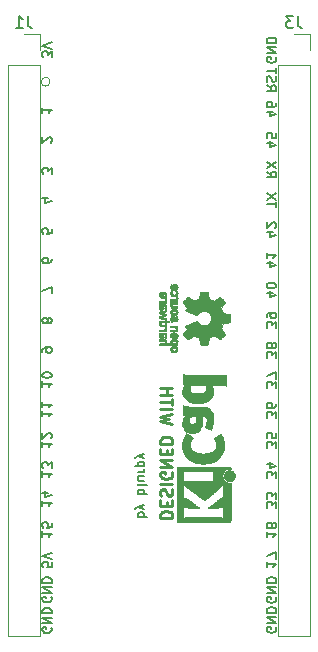
<source format=gbr>
%TF.GenerationSoftware,KiCad,Pcbnew,6.0.4*%
%TF.CreationDate,2022-04-14T12:40:58+02:00*%
%TF.ProjectId,esp32-s2-mini-1,65737033-322d-4733-922d-6d696e692d31,rev?*%
%TF.SameCoordinates,Original*%
%TF.FileFunction,Legend,Bot*%
%TF.FilePolarity,Positive*%
%FSLAX46Y46*%
G04 Gerber Fmt 4.6, Leading zero omitted, Abs format (unit mm)*
G04 Created by KiCad (PCBNEW 6.0.4) date 2022-04-14 12:40:58*
%MOMM*%
%LPD*%
G01*
G04 APERTURE LIST*
%ADD10C,0.150000*%
%ADD11C,0.250000*%
%ADD12C,0.200000*%
%ADD13C,0.120000*%
%ADD14C,0.010000*%
G04 APERTURE END LIST*
D10*
X141238095Y-118252380D02*
X141238095Y-118709523D01*
X141238095Y-118480952D02*
X142038095Y-118480952D01*
X141923809Y-118557142D01*
X141847619Y-118633333D01*
X141809523Y-118709523D01*
X141961904Y-117947619D02*
X142000000Y-117909523D01*
X142038095Y-117833333D01*
X142038095Y-117642857D01*
X142000000Y-117566666D01*
X141961904Y-117528571D01*
X141885714Y-117490476D01*
X141809523Y-117490476D01*
X141695238Y-117528571D01*
X141238095Y-117985714D01*
X141238095Y-117490476D01*
X161000000Y-133959523D02*
X161038095Y-134035714D01*
X161038095Y-134150000D01*
X161000000Y-134264285D01*
X160923809Y-134340476D01*
X160847619Y-134378571D01*
X160695238Y-134416666D01*
X160580952Y-134416666D01*
X160428571Y-134378571D01*
X160352380Y-134340476D01*
X160276190Y-134264285D01*
X160238095Y-134150000D01*
X160238095Y-134073809D01*
X160276190Y-133959523D01*
X160314285Y-133921428D01*
X160580952Y-133921428D01*
X160580952Y-134073809D01*
X160238095Y-133578571D02*
X161038095Y-133578571D01*
X160238095Y-133121428D01*
X161038095Y-133121428D01*
X160238095Y-132740476D02*
X161038095Y-132740476D01*
X161038095Y-132550000D01*
X161000000Y-132435714D01*
X160923809Y-132359523D01*
X160847619Y-132321428D01*
X160695238Y-132283333D01*
X160580952Y-132283333D01*
X160428571Y-132321428D01*
X160352380Y-132359523D01*
X160276190Y-132435714D01*
X160238095Y-132550000D01*
X160238095Y-132740476D01*
D11*
X151249681Y-124700000D02*
X152249681Y-124700000D01*
X152249681Y-124461904D01*
X152202062Y-124319047D01*
X152106823Y-124223809D01*
X152011585Y-124176190D01*
X151821109Y-124128571D01*
X151678252Y-124128571D01*
X151487776Y-124176190D01*
X151392538Y-124223809D01*
X151297300Y-124319047D01*
X151249681Y-124461904D01*
X151249681Y-124700000D01*
X151773490Y-123700000D02*
X151773490Y-123366666D01*
X151249681Y-123223809D02*
X151249681Y-123700000D01*
X152249681Y-123700000D01*
X152249681Y-123223809D01*
X151297300Y-122842857D02*
X151249681Y-122700000D01*
X151249681Y-122461904D01*
X151297300Y-122366666D01*
X151344919Y-122319047D01*
X151440157Y-122271428D01*
X151535395Y-122271428D01*
X151630633Y-122319047D01*
X151678252Y-122366666D01*
X151725871Y-122461904D01*
X151773490Y-122652380D01*
X151821109Y-122747619D01*
X151868728Y-122795238D01*
X151963966Y-122842857D01*
X152059204Y-122842857D01*
X152154442Y-122795238D01*
X152202062Y-122747619D01*
X152249681Y-122652380D01*
X152249681Y-122414285D01*
X152202062Y-122271428D01*
X151249681Y-121842857D02*
X152249681Y-121842857D01*
X152202062Y-120842857D02*
X152249681Y-120938095D01*
X152249681Y-121080952D01*
X152202062Y-121223809D01*
X152106823Y-121319047D01*
X152011585Y-121366666D01*
X151821109Y-121414285D01*
X151678252Y-121414285D01*
X151487776Y-121366666D01*
X151392538Y-121319047D01*
X151297300Y-121223809D01*
X151249681Y-121080952D01*
X151249681Y-120985714D01*
X151297300Y-120842857D01*
X151344919Y-120795238D01*
X151678252Y-120795238D01*
X151678252Y-120985714D01*
X151249681Y-120366666D02*
X152249681Y-120366666D01*
X151249681Y-119795238D01*
X152249681Y-119795238D01*
X151773490Y-119319047D02*
X151773490Y-118985714D01*
X151249681Y-118842857D02*
X151249681Y-119319047D01*
X152249681Y-119319047D01*
X152249681Y-118842857D01*
X151249681Y-118414285D02*
X152249681Y-118414285D01*
X152249681Y-118176190D01*
X152202062Y-118033333D01*
X152106823Y-117938095D01*
X152011585Y-117890476D01*
X151821109Y-117842857D01*
X151678252Y-117842857D01*
X151487776Y-117890476D01*
X151392538Y-117938095D01*
X151297300Y-118033333D01*
X151249681Y-118176190D01*
X151249681Y-118414285D01*
X152249681Y-116747619D02*
X151249681Y-116509523D01*
X151963966Y-116319047D01*
X151249681Y-116128571D01*
X152249681Y-115890476D01*
X151249681Y-115509523D02*
X152249681Y-115509523D01*
X152249681Y-115176190D02*
X152249681Y-114604761D01*
X151249681Y-114890476D02*
X152249681Y-114890476D01*
X151249681Y-114271428D02*
X152249681Y-114271428D01*
X151773490Y-114271428D02*
X151773490Y-113700000D01*
X151249681Y-113700000D02*
X152249681Y-113700000D01*
D10*
X142038095Y-100209523D02*
X142038095Y-100590476D01*
X141657142Y-100628571D01*
X141695238Y-100590476D01*
X141733333Y-100514285D01*
X141733333Y-100323809D01*
X141695238Y-100247619D01*
X141657142Y-100209523D01*
X141580952Y-100171428D01*
X141390476Y-100171428D01*
X141314285Y-100209523D01*
X141276190Y-100247619D01*
X141238095Y-100323809D01*
X141238095Y-100514285D01*
X141276190Y-100590476D01*
X141314285Y-100628571D01*
X141238095Y-113152380D02*
X141238095Y-113609523D01*
X141238095Y-113380952D02*
X142038095Y-113380952D01*
X141923809Y-113457142D01*
X141847619Y-113533333D01*
X141809523Y-113609523D01*
X142038095Y-112657142D02*
X142038095Y-112580952D01*
X142000000Y-112504761D01*
X141961904Y-112466666D01*
X141885714Y-112428571D01*
X141733333Y-112390476D01*
X141542857Y-112390476D01*
X141390476Y-112428571D01*
X141314285Y-112466666D01*
X141276190Y-112504761D01*
X141238095Y-112580952D01*
X141238095Y-112657142D01*
X141276190Y-112733333D01*
X141314285Y-112771428D01*
X141390476Y-112809523D01*
X141542857Y-112847619D01*
X141733333Y-112847619D01*
X141885714Y-112809523D01*
X141961904Y-112771428D01*
X142000000Y-112733333D01*
X142038095Y-112657142D01*
X160771428Y-100528571D02*
X160238095Y-100528571D01*
X161076190Y-100719047D02*
X160504761Y-100909523D01*
X160504761Y-100414285D01*
X160961904Y-100147619D02*
X161000000Y-100109523D01*
X161038095Y-100033333D01*
X161038095Y-99842857D01*
X161000000Y-99766666D01*
X160961904Y-99728571D01*
X160885714Y-99690476D01*
X160809523Y-99690476D01*
X160695238Y-99728571D01*
X160238095Y-100185714D01*
X160238095Y-99690476D01*
X141238095Y-120752380D02*
X141238095Y-121209523D01*
X141238095Y-120980952D02*
X142038095Y-120980952D01*
X141923809Y-121057142D01*
X141847619Y-121133333D01*
X141809523Y-121209523D01*
X142038095Y-120485714D02*
X142038095Y-119990476D01*
X141733333Y-120257142D01*
X141733333Y-120142857D01*
X141695238Y-120066666D01*
X141657142Y-120028571D01*
X141580952Y-119990476D01*
X141390476Y-119990476D01*
X141314285Y-120028571D01*
X141276190Y-120066666D01*
X141238095Y-120142857D01*
X141238095Y-120371428D01*
X141276190Y-120447619D01*
X141314285Y-120485714D01*
X160771428Y-105628571D02*
X160238095Y-105628571D01*
X161076190Y-105819047D02*
X160504761Y-106009523D01*
X160504761Y-105514285D01*
X161038095Y-105057142D02*
X161038095Y-104980952D01*
X161000000Y-104904761D01*
X160961904Y-104866666D01*
X160885714Y-104828571D01*
X160733333Y-104790476D01*
X160542857Y-104790476D01*
X160390476Y-104828571D01*
X160314285Y-104866666D01*
X160276190Y-104904761D01*
X160238095Y-104980952D01*
X160238095Y-105057142D01*
X160276190Y-105133333D01*
X160314285Y-105171428D01*
X160390476Y-105209523D01*
X160542857Y-105247619D01*
X160733333Y-105247619D01*
X160885714Y-105209523D01*
X160961904Y-105171428D01*
X161000000Y-105133333D01*
X161038095Y-105057142D01*
X161038095Y-113677619D02*
X161038095Y-113182380D01*
X160733333Y-113449047D01*
X160733333Y-113334761D01*
X160695238Y-113258571D01*
X160657142Y-113220476D01*
X160580952Y-113182380D01*
X160390476Y-113182380D01*
X160314285Y-113220476D01*
X160276190Y-113258571D01*
X160238095Y-113334761D01*
X160238095Y-113563333D01*
X160276190Y-113639523D01*
X160314285Y-113677619D01*
X161038095Y-112915714D02*
X161038095Y-112382380D01*
X160238095Y-112725238D01*
X161038095Y-111137619D02*
X161038095Y-110642380D01*
X160733333Y-110909047D01*
X160733333Y-110794761D01*
X160695238Y-110718571D01*
X160657142Y-110680476D01*
X160580952Y-110642380D01*
X160390476Y-110642380D01*
X160314285Y-110680476D01*
X160276190Y-110718571D01*
X160238095Y-110794761D01*
X160238095Y-111023333D01*
X160276190Y-111099523D01*
X160314285Y-111137619D01*
X160695238Y-110185238D02*
X160733333Y-110261428D01*
X160771428Y-110299523D01*
X160847619Y-110337619D01*
X160885714Y-110337619D01*
X160961904Y-110299523D01*
X161000000Y-110261428D01*
X161038095Y-110185238D01*
X161038095Y-110032857D01*
X161000000Y-109956666D01*
X160961904Y-109918571D01*
X160885714Y-109880476D01*
X160847619Y-109880476D01*
X160771428Y-109918571D01*
X160733333Y-109956666D01*
X160695238Y-110032857D01*
X160695238Y-110185238D01*
X160657142Y-110261428D01*
X160619047Y-110299523D01*
X160542857Y-110337619D01*
X160390476Y-110337619D01*
X160314285Y-110299523D01*
X160276190Y-110261428D01*
X160238095Y-110185238D01*
X160238095Y-110032857D01*
X160276190Y-109956666D01*
X160314285Y-109918571D01*
X160390476Y-109880476D01*
X160542857Y-109880476D01*
X160619047Y-109918571D01*
X160657142Y-109956666D01*
X160695238Y-110032857D01*
X141238095Y-125852380D02*
X141238095Y-126309523D01*
X141238095Y-126080952D02*
X142038095Y-126080952D01*
X141923809Y-126157142D01*
X141847619Y-126233333D01*
X141809523Y-126309523D01*
X142038095Y-125128571D02*
X142038095Y-125509523D01*
X141657142Y-125547619D01*
X141695238Y-125509523D01*
X141733333Y-125433333D01*
X141733333Y-125242857D01*
X141695238Y-125166666D01*
X141657142Y-125128571D01*
X141580952Y-125090476D01*
X141390476Y-125090476D01*
X141314285Y-125128571D01*
X141276190Y-125166666D01*
X141238095Y-125242857D01*
X141238095Y-125433333D01*
X141276190Y-125509523D01*
X141314285Y-125547619D01*
X160771428Y-103098571D02*
X160238095Y-103098571D01*
X161076190Y-103289047D02*
X160504761Y-103479523D01*
X160504761Y-102984285D01*
X160238095Y-102260476D02*
X160238095Y-102717619D01*
X160238095Y-102489047D02*
X161038095Y-102489047D01*
X160923809Y-102565238D01*
X160847619Y-102641428D01*
X160809523Y-102717619D01*
X142038095Y-105666666D02*
X142038095Y-105133333D01*
X141238095Y-105476190D01*
X142038095Y-95566666D02*
X142038095Y-95071428D01*
X141733333Y-95338095D01*
X141733333Y-95223809D01*
X141695238Y-95147619D01*
X141657142Y-95109523D01*
X141580952Y-95071428D01*
X141390476Y-95071428D01*
X141314285Y-95109523D01*
X141276190Y-95147619D01*
X141238095Y-95223809D01*
X141238095Y-95452380D01*
X141276190Y-95528571D01*
X141314285Y-95566666D01*
X160238095Y-125882380D02*
X160238095Y-126339523D01*
X160238095Y-126110952D02*
X161038095Y-126110952D01*
X160923809Y-126187142D01*
X160847619Y-126263333D01*
X160809523Y-126339523D01*
X160695238Y-125425238D02*
X160733333Y-125501428D01*
X160771428Y-125539523D01*
X160847619Y-125577619D01*
X160885714Y-125577619D01*
X160961904Y-125539523D01*
X161000000Y-125501428D01*
X161038095Y-125425238D01*
X161038095Y-125272857D01*
X161000000Y-125196666D01*
X160961904Y-125158571D01*
X160885714Y-125120476D01*
X160847619Y-125120476D01*
X160771428Y-125158571D01*
X160733333Y-125196666D01*
X160695238Y-125272857D01*
X160695238Y-125425238D01*
X160657142Y-125501428D01*
X160619047Y-125539523D01*
X160542857Y-125577619D01*
X160390476Y-125577619D01*
X160314285Y-125539523D01*
X160276190Y-125501428D01*
X160238095Y-125425238D01*
X160238095Y-125272857D01*
X160276190Y-125196666D01*
X160314285Y-125158571D01*
X160390476Y-125120476D01*
X160542857Y-125120476D01*
X160619047Y-125158571D01*
X160657142Y-125196666D01*
X160695238Y-125272857D01*
X142038095Y-85709523D02*
X142038095Y-85214285D01*
X141733333Y-85480952D01*
X141733333Y-85366666D01*
X141695238Y-85290476D01*
X141657142Y-85252380D01*
X141580952Y-85214285D01*
X141390476Y-85214285D01*
X141314285Y-85252380D01*
X141276190Y-85290476D01*
X141238095Y-85366666D01*
X141238095Y-85595238D01*
X141276190Y-85671428D01*
X141314285Y-85709523D01*
X142038095Y-84985714D02*
X141238095Y-84719047D01*
X142038095Y-84452380D01*
X141238095Y-123252380D02*
X141238095Y-123709523D01*
X141238095Y-123480952D02*
X142038095Y-123480952D01*
X141923809Y-123557142D01*
X141847619Y-123633333D01*
X141809523Y-123709523D01*
X141771428Y-122566666D02*
X141238095Y-122566666D01*
X142076190Y-122757142D02*
X141504761Y-122947619D01*
X141504761Y-122452380D01*
X160771428Y-90328571D02*
X160238095Y-90328571D01*
X161076190Y-90519047D02*
X160504761Y-90709523D01*
X160504761Y-90214285D01*
X161038095Y-89566666D02*
X161038095Y-89719047D01*
X161000000Y-89795238D01*
X160961904Y-89833333D01*
X160847619Y-89909523D01*
X160695238Y-89947619D01*
X160390476Y-89947619D01*
X160314285Y-89909523D01*
X160276190Y-89871428D01*
X160238095Y-89795238D01*
X160238095Y-89642857D01*
X160276190Y-89566666D01*
X160314285Y-89528571D01*
X160390476Y-89490476D01*
X160580952Y-89490476D01*
X160657142Y-89528571D01*
X160695238Y-89566666D01*
X160733333Y-89642857D01*
X160733333Y-89795238D01*
X160695238Y-89871428D01*
X160657142Y-89909523D01*
X160580952Y-89947619D01*
X161038095Y-108597619D02*
X161038095Y-108102380D01*
X160733333Y-108369047D01*
X160733333Y-108254761D01*
X160695238Y-108178571D01*
X160657142Y-108140476D01*
X160580952Y-108102380D01*
X160390476Y-108102380D01*
X160314285Y-108140476D01*
X160276190Y-108178571D01*
X160238095Y-108254761D01*
X160238095Y-108483333D01*
X160276190Y-108559523D01*
X160314285Y-108597619D01*
X160238095Y-107721428D02*
X160238095Y-107569047D01*
X160276190Y-107492857D01*
X160314285Y-107454761D01*
X160428571Y-107378571D01*
X160580952Y-107340476D01*
X160885714Y-107340476D01*
X160961904Y-107378571D01*
X161000000Y-107416666D01*
X161038095Y-107492857D01*
X161038095Y-107645238D01*
X161000000Y-107721428D01*
X160961904Y-107759523D01*
X160885714Y-107797619D01*
X160695238Y-107797619D01*
X160619047Y-107759523D01*
X160580952Y-107721428D01*
X160542857Y-107645238D01*
X160542857Y-107492857D01*
X160580952Y-107416666D01*
X160619047Y-107378571D01*
X160695238Y-107340476D01*
X141771428Y-97647619D02*
X141238095Y-97647619D01*
X142076190Y-97838095D02*
X141504761Y-98028571D01*
X141504761Y-97533333D01*
X142038095Y-128452380D02*
X142038095Y-128833333D01*
X141657142Y-128871428D01*
X141695238Y-128833333D01*
X141733333Y-128757142D01*
X141733333Y-128566666D01*
X141695238Y-128490476D01*
X141657142Y-128452380D01*
X141580952Y-128414285D01*
X141390476Y-128414285D01*
X141314285Y-128452380D01*
X141276190Y-128490476D01*
X141238095Y-128566666D01*
X141238095Y-128757142D01*
X141276190Y-128833333D01*
X141314285Y-128871428D01*
X142038095Y-128185714D02*
X141238095Y-127919047D01*
X142038095Y-127652380D01*
X161038095Y-98399523D02*
X161038095Y-97942380D01*
X160238095Y-98170952D02*
X161038095Y-98170952D01*
X161038095Y-97751904D02*
X160238095Y-97218571D01*
X161038095Y-97218571D02*
X160238095Y-97751904D01*
X161038095Y-123837619D02*
X161038095Y-123342380D01*
X160733333Y-123609047D01*
X160733333Y-123494761D01*
X160695238Y-123418571D01*
X160657142Y-123380476D01*
X160580952Y-123342380D01*
X160390476Y-123342380D01*
X160314285Y-123380476D01*
X160276190Y-123418571D01*
X160238095Y-123494761D01*
X160238095Y-123723333D01*
X160276190Y-123799523D01*
X160314285Y-123837619D01*
X161038095Y-123075714D02*
X161038095Y-122580476D01*
X160733333Y-122847142D01*
X160733333Y-122732857D01*
X160695238Y-122656666D01*
X160657142Y-122618571D01*
X160580952Y-122580476D01*
X160390476Y-122580476D01*
X160314285Y-122618571D01*
X160276190Y-122656666D01*
X160238095Y-122732857D01*
X160238095Y-122961428D01*
X160276190Y-123037619D01*
X160314285Y-123075714D01*
X142000000Y-134009523D02*
X142038095Y-134085714D01*
X142038095Y-134200000D01*
X142000000Y-134314285D01*
X141923809Y-134390476D01*
X141847619Y-134428571D01*
X141695238Y-134466666D01*
X141580952Y-134466666D01*
X141428571Y-134428571D01*
X141352380Y-134390476D01*
X141276190Y-134314285D01*
X141238095Y-134200000D01*
X141238095Y-134123809D01*
X141276190Y-134009523D01*
X141314285Y-133971428D01*
X141580952Y-133971428D01*
X141580952Y-134123809D01*
X141238095Y-133628571D02*
X142038095Y-133628571D01*
X141238095Y-133171428D01*
X142038095Y-133171428D01*
X141238095Y-132790476D02*
X142038095Y-132790476D01*
X142038095Y-132600000D01*
X142000000Y-132485714D01*
X141923809Y-132409523D01*
X141847619Y-132371428D01*
X141695238Y-132333333D01*
X141580952Y-132333333D01*
X141428571Y-132371428D01*
X141352380Y-132409523D01*
X141276190Y-132485714D01*
X141238095Y-132600000D01*
X141238095Y-132790476D01*
X160238095Y-128422380D02*
X160238095Y-128879523D01*
X160238095Y-128650952D02*
X161038095Y-128650952D01*
X160923809Y-128727142D01*
X160847619Y-128803333D01*
X160809523Y-128879523D01*
X161038095Y-128155714D02*
X161038095Y-127622380D01*
X160238095Y-127965238D01*
X160238095Y-88068095D02*
X160619047Y-88334761D01*
X160238095Y-88525238D02*
X161038095Y-88525238D01*
X161038095Y-88220476D01*
X161000000Y-88144285D01*
X160961904Y-88106190D01*
X160885714Y-88068095D01*
X160771428Y-88068095D01*
X160695238Y-88106190D01*
X160657142Y-88144285D01*
X160619047Y-88220476D01*
X160619047Y-88525238D01*
X160276190Y-87763333D02*
X160238095Y-87649047D01*
X160238095Y-87458571D01*
X160276190Y-87382380D01*
X160314285Y-87344285D01*
X160390476Y-87306190D01*
X160466666Y-87306190D01*
X160542857Y-87344285D01*
X160580952Y-87382380D01*
X160619047Y-87458571D01*
X160657142Y-87610952D01*
X160695238Y-87687142D01*
X160733333Y-87725238D01*
X160809523Y-87763333D01*
X160885714Y-87763333D01*
X160961904Y-87725238D01*
X161000000Y-87687142D01*
X161038095Y-87610952D01*
X161038095Y-87420476D01*
X161000000Y-87306190D01*
X161038095Y-87077619D02*
X161038095Y-86620476D01*
X160238095Y-86849047D02*
X161038095Y-86849047D01*
X161038095Y-116217619D02*
X161038095Y-115722380D01*
X160733333Y-115989047D01*
X160733333Y-115874761D01*
X160695238Y-115798571D01*
X160657142Y-115760476D01*
X160580952Y-115722380D01*
X160390476Y-115722380D01*
X160314285Y-115760476D01*
X160276190Y-115798571D01*
X160238095Y-115874761D01*
X160238095Y-116103333D01*
X160276190Y-116179523D01*
X160314285Y-116217619D01*
X161038095Y-115036666D02*
X161038095Y-115189047D01*
X161000000Y-115265238D01*
X160961904Y-115303333D01*
X160847619Y-115379523D01*
X160695238Y-115417619D01*
X160390476Y-115417619D01*
X160314285Y-115379523D01*
X160276190Y-115341428D01*
X160238095Y-115265238D01*
X160238095Y-115112857D01*
X160276190Y-115036666D01*
X160314285Y-114998571D01*
X160390476Y-114960476D01*
X160580952Y-114960476D01*
X160657142Y-114998571D01*
X160695238Y-115036666D01*
X160733333Y-115112857D01*
X160733333Y-115265238D01*
X160695238Y-115341428D01*
X160657142Y-115379523D01*
X160580952Y-115417619D01*
X142038095Y-102747619D02*
X142038095Y-102900000D01*
X142000000Y-102976190D01*
X141961904Y-103014285D01*
X141847619Y-103090476D01*
X141695238Y-103128571D01*
X141390476Y-103128571D01*
X141314285Y-103090476D01*
X141276190Y-103052380D01*
X141238095Y-102976190D01*
X141238095Y-102823809D01*
X141276190Y-102747619D01*
X141314285Y-102709523D01*
X141390476Y-102671428D01*
X141580952Y-102671428D01*
X141657142Y-102709523D01*
X141695238Y-102747619D01*
X141733333Y-102823809D01*
X141733333Y-102976190D01*
X141695238Y-103052380D01*
X141657142Y-103090476D01*
X141580952Y-103128571D01*
X141238095Y-110652380D02*
X141238095Y-110500000D01*
X141276190Y-110423809D01*
X141314285Y-110385714D01*
X141428571Y-110309523D01*
X141580952Y-110271428D01*
X141885714Y-110271428D01*
X141961904Y-110309523D01*
X142000000Y-110347619D01*
X142038095Y-110423809D01*
X142038095Y-110576190D01*
X142000000Y-110652380D01*
X141961904Y-110690476D01*
X141885714Y-110728571D01*
X141695238Y-110728571D01*
X141619047Y-110690476D01*
X141580952Y-110652380D01*
X141542857Y-110576190D01*
X141542857Y-110423809D01*
X141580952Y-110347619D01*
X141619047Y-110309523D01*
X141695238Y-110271428D01*
X161038095Y-118757619D02*
X161038095Y-118262380D01*
X160733333Y-118529047D01*
X160733333Y-118414761D01*
X160695238Y-118338571D01*
X160657142Y-118300476D01*
X160580952Y-118262380D01*
X160390476Y-118262380D01*
X160314285Y-118300476D01*
X160276190Y-118338571D01*
X160238095Y-118414761D01*
X160238095Y-118643333D01*
X160276190Y-118719523D01*
X160314285Y-118757619D01*
X161038095Y-117538571D02*
X161038095Y-117919523D01*
X160657142Y-117957619D01*
X160695238Y-117919523D01*
X160733333Y-117843333D01*
X160733333Y-117652857D01*
X160695238Y-117576666D01*
X160657142Y-117538571D01*
X160580952Y-117500476D01*
X160390476Y-117500476D01*
X160314285Y-117538571D01*
X160276190Y-117576666D01*
X160238095Y-117652857D01*
X160238095Y-117843333D01*
X160276190Y-117919523D01*
X160314285Y-117957619D01*
X141238095Y-89971428D02*
X141238095Y-90428571D01*
X141238095Y-90200000D02*
X142038095Y-90200000D01*
X141923809Y-90276190D01*
X141847619Y-90352380D01*
X141809523Y-90428571D01*
X160238095Y-95383333D02*
X160619047Y-95650000D01*
X160238095Y-95840476D02*
X161038095Y-95840476D01*
X161038095Y-95535714D01*
X161000000Y-95459523D01*
X160961904Y-95421428D01*
X160885714Y-95383333D01*
X160771428Y-95383333D01*
X160695238Y-95421428D01*
X160657142Y-95459523D01*
X160619047Y-95535714D01*
X160619047Y-95840476D01*
X161038095Y-95116666D02*
X160238095Y-94583333D01*
X161038095Y-94583333D02*
X160238095Y-95116666D01*
X141961904Y-92928571D02*
X142000000Y-92890476D01*
X142038095Y-92814285D01*
X142038095Y-92623809D01*
X142000000Y-92547619D01*
X141961904Y-92509523D01*
X141885714Y-92471428D01*
X141809523Y-92471428D01*
X141695238Y-92509523D01*
X141238095Y-92966666D01*
X141238095Y-92471428D01*
X161000000Y-131419523D02*
X161038095Y-131495714D01*
X161038095Y-131610000D01*
X161000000Y-131724285D01*
X160923809Y-131800476D01*
X160847619Y-131838571D01*
X160695238Y-131876666D01*
X160580952Y-131876666D01*
X160428571Y-131838571D01*
X160352380Y-131800476D01*
X160276190Y-131724285D01*
X160238095Y-131610000D01*
X160238095Y-131533809D01*
X160276190Y-131419523D01*
X160314285Y-131381428D01*
X160580952Y-131381428D01*
X160580952Y-131533809D01*
X160238095Y-131038571D02*
X161038095Y-131038571D01*
X160238095Y-130581428D01*
X161038095Y-130581428D01*
X160238095Y-130200476D02*
X161038095Y-130200476D01*
X161038095Y-130010000D01*
X161000000Y-129895714D01*
X160923809Y-129819523D01*
X160847619Y-129781428D01*
X160695238Y-129743333D01*
X160580952Y-129743333D01*
X160428571Y-129781428D01*
X160352380Y-129819523D01*
X160276190Y-129895714D01*
X160238095Y-130010000D01*
X160238095Y-130200476D01*
X141695238Y-108076190D02*
X141733333Y-108152380D01*
X141771428Y-108190476D01*
X141847619Y-108228571D01*
X141885714Y-108228571D01*
X141961904Y-108190476D01*
X142000000Y-108152380D01*
X142038095Y-108076190D01*
X142038095Y-107923809D01*
X142000000Y-107847619D01*
X141961904Y-107809523D01*
X141885714Y-107771428D01*
X141847619Y-107771428D01*
X141771428Y-107809523D01*
X141733333Y-107847619D01*
X141695238Y-107923809D01*
X141695238Y-108076190D01*
X141657142Y-108152380D01*
X141619047Y-108190476D01*
X141542857Y-108228571D01*
X141390476Y-108228571D01*
X141314285Y-108190476D01*
X141276190Y-108152380D01*
X141238095Y-108076190D01*
X141238095Y-107923809D01*
X141276190Y-107847619D01*
X141314285Y-107809523D01*
X141390476Y-107771428D01*
X141542857Y-107771428D01*
X141619047Y-107809523D01*
X141657142Y-107847619D01*
X141695238Y-107923809D01*
X141238095Y-115652380D02*
X141238095Y-116109523D01*
X141238095Y-115880952D02*
X142038095Y-115880952D01*
X141923809Y-115957142D01*
X141847619Y-116033333D01*
X141809523Y-116109523D01*
X141238095Y-114890476D02*
X141238095Y-115347619D01*
X141238095Y-115119047D02*
X142038095Y-115119047D01*
X141923809Y-115195238D01*
X141847619Y-115271428D01*
X141809523Y-115347619D01*
X161038095Y-121297619D02*
X161038095Y-120802380D01*
X160733333Y-121069047D01*
X160733333Y-120954761D01*
X160695238Y-120878571D01*
X160657142Y-120840476D01*
X160580952Y-120802380D01*
X160390476Y-120802380D01*
X160314285Y-120840476D01*
X160276190Y-120878571D01*
X160238095Y-120954761D01*
X160238095Y-121183333D01*
X160276190Y-121259523D01*
X160314285Y-121297619D01*
X160771428Y-120116666D02*
X160238095Y-120116666D01*
X161076190Y-120307142D02*
X160504761Y-120497619D01*
X160504761Y-120002380D01*
D12*
X149338095Y-124628571D02*
X150138095Y-124628571D01*
X149833333Y-124628571D02*
X149871428Y-124552380D01*
X149871428Y-124400000D01*
X149833333Y-124323809D01*
X149795238Y-124285714D01*
X149719047Y-124247619D01*
X149490476Y-124247619D01*
X149414285Y-124285714D01*
X149376190Y-124323809D01*
X149338095Y-124400000D01*
X149338095Y-124552380D01*
X149376190Y-124628571D01*
X149871428Y-123980952D02*
X149338095Y-123790476D01*
X149871428Y-123600000D02*
X149338095Y-123790476D01*
X149147619Y-123866666D01*
X149109523Y-123904761D01*
X149071428Y-123980952D01*
X149338095Y-122685714D02*
X150138095Y-122685714D01*
X149833333Y-122685714D02*
X149871428Y-122609523D01*
X149871428Y-122457142D01*
X149833333Y-122380952D01*
X149795238Y-122342857D01*
X149719047Y-122304761D01*
X149490476Y-122304761D01*
X149414285Y-122342857D01*
X149376190Y-122380952D01*
X149338095Y-122457142D01*
X149338095Y-122609523D01*
X149376190Y-122685714D01*
X149338095Y-121847619D02*
X149376190Y-121923809D01*
X149452380Y-121961904D01*
X150138095Y-121961904D01*
X149871428Y-121200000D02*
X149338095Y-121200000D01*
X149871428Y-121542857D02*
X149452380Y-121542857D01*
X149376190Y-121504761D01*
X149338095Y-121428571D01*
X149338095Y-121314285D01*
X149376190Y-121238095D01*
X149414285Y-121200000D01*
X149338095Y-120819047D02*
X149871428Y-120819047D01*
X149719047Y-120819047D02*
X149795238Y-120780952D01*
X149833333Y-120742857D01*
X149871428Y-120666666D01*
X149871428Y-120590476D01*
X149871428Y-120323809D02*
X149071428Y-120323809D01*
X149833333Y-120323809D02*
X149871428Y-120247619D01*
X149871428Y-120095238D01*
X149833333Y-120019047D01*
X149795238Y-119980952D01*
X149719047Y-119942857D01*
X149490476Y-119942857D01*
X149414285Y-119980952D01*
X149376190Y-120019047D01*
X149338095Y-120095238D01*
X149338095Y-120247619D01*
X149376190Y-120323809D01*
X149871428Y-119676190D02*
X149338095Y-119485714D01*
X149871428Y-119295238D02*
X149338095Y-119485714D01*
X149147619Y-119561904D01*
X149109523Y-119600000D01*
X149071428Y-119676190D01*
D10*
X142000000Y-131409523D02*
X142038095Y-131485714D01*
X142038095Y-131600000D01*
X142000000Y-131714285D01*
X141923809Y-131790476D01*
X141847619Y-131828571D01*
X141695238Y-131866666D01*
X141580952Y-131866666D01*
X141428571Y-131828571D01*
X141352380Y-131790476D01*
X141276190Y-131714285D01*
X141238095Y-131600000D01*
X141238095Y-131523809D01*
X141276190Y-131409523D01*
X141314285Y-131371428D01*
X141580952Y-131371428D01*
X141580952Y-131523809D01*
X141238095Y-131028571D02*
X142038095Y-131028571D01*
X141238095Y-130571428D01*
X142038095Y-130571428D01*
X141238095Y-130190476D02*
X142038095Y-130190476D01*
X142038095Y-130000000D01*
X142000000Y-129885714D01*
X141923809Y-129809523D01*
X141847619Y-129771428D01*
X141695238Y-129733333D01*
X141580952Y-129733333D01*
X141428571Y-129771428D01*
X141352380Y-129809523D01*
X141276190Y-129885714D01*
X141238095Y-130000000D01*
X141238095Y-130190476D01*
X160771428Y-92928571D02*
X160238095Y-92928571D01*
X161076190Y-93119047D02*
X160504761Y-93309523D01*
X160504761Y-92814285D01*
X161038095Y-92128571D02*
X161038095Y-92509523D01*
X160657142Y-92547619D01*
X160695238Y-92509523D01*
X160733333Y-92433333D01*
X160733333Y-92242857D01*
X160695238Y-92166666D01*
X160657142Y-92128571D01*
X160580952Y-92090476D01*
X160390476Y-92090476D01*
X160314285Y-92128571D01*
X160276190Y-92166666D01*
X160238095Y-92242857D01*
X160238095Y-92433333D01*
X160276190Y-92509523D01*
X160314285Y-92547619D01*
X161000000Y-85709523D02*
X161038095Y-85785714D01*
X161038095Y-85900000D01*
X161000000Y-86014285D01*
X160923809Y-86090476D01*
X160847619Y-86128571D01*
X160695238Y-86166666D01*
X160580952Y-86166666D01*
X160428571Y-86128571D01*
X160352380Y-86090476D01*
X160276190Y-86014285D01*
X160238095Y-85900000D01*
X160238095Y-85823809D01*
X160276190Y-85709523D01*
X160314285Y-85671428D01*
X160580952Y-85671428D01*
X160580952Y-85823809D01*
X160238095Y-85328571D02*
X161038095Y-85328571D01*
X160238095Y-84871428D01*
X161038095Y-84871428D01*
X160238095Y-84490476D02*
X161038095Y-84490476D01*
X161038095Y-84300000D01*
X161000000Y-84185714D01*
X160923809Y-84109523D01*
X160847619Y-84071428D01*
X160695238Y-84033333D01*
X160580952Y-84033333D01*
X160428571Y-84071428D01*
X160352380Y-84109523D01*
X160276190Y-84185714D01*
X160238095Y-84300000D01*
X160238095Y-84490476D01*
%TO.C,J1*%
X140033333Y-82217380D02*
X140033333Y-82931666D01*
X140080952Y-83074523D01*
X140176190Y-83169761D01*
X140319047Y-83217380D01*
X140414285Y-83217380D01*
X139033333Y-83217380D02*
X139604761Y-83217380D01*
X139319047Y-83217380D02*
X139319047Y-82217380D01*
X139414285Y-82360238D01*
X139509523Y-82455476D01*
X139604761Y-82503095D01*
%TO.C,J3*%
X162893333Y-82217380D02*
X162893333Y-82931666D01*
X162940952Y-83074523D01*
X163036190Y-83169761D01*
X163179047Y-83217380D01*
X163274285Y-83217380D01*
X162512380Y-82217380D02*
X161893333Y-82217380D01*
X162226666Y-82598333D01*
X162083809Y-82598333D01*
X161988571Y-82645952D01*
X161940952Y-82693571D01*
X161893333Y-82788809D01*
X161893333Y-83026904D01*
X161940952Y-83122142D01*
X161988571Y-83169761D01*
X162083809Y-83217380D01*
X162369523Y-83217380D01*
X162464761Y-83169761D01*
X162512380Y-83122142D01*
D13*
%TO.C,U1*%
X141909800Y-87778514D02*
G75*
G03*
X141909800Y-87778514I-381000J0D01*
G01*
%TO.C,REF\u002A\u002A*%
G36*
X152467201Y-109507022D02*
G01*
X152379126Y-109511421D01*
X152340691Y-109510322D01*
X152256695Y-109497926D01*
X152190467Y-109470608D01*
X152139278Y-109426941D01*
X152100399Y-109365495D01*
X152082250Y-109305888D01*
X152078778Y-109231110D01*
X152092132Y-109155664D01*
X152121637Y-109088366D01*
X152138050Y-109063428D01*
X152159089Y-109035951D01*
X152172933Y-109023414D01*
X152178645Y-109024124D01*
X152198107Y-109038158D01*
X152221686Y-109064533D01*
X152256549Y-109110240D01*
X152229800Y-109163799D01*
X152223180Y-109178282D01*
X152208789Y-109220916D01*
X152203052Y-109256649D01*
X152207780Y-109282998D01*
X152230548Y-109324347D01*
X152265892Y-109359104D01*
X152306789Y-109378983D01*
X152341369Y-109387083D01*
X152341369Y-109265748D01*
X152454537Y-109265748D01*
X152454545Y-109284575D01*
X152454997Y-109333470D01*
X152456949Y-109362863D01*
X152461504Y-109377115D01*
X152469763Y-109380582D01*
X152482829Y-109377625D01*
X152484310Y-109377173D01*
X152529777Y-109351699D01*
X152561081Y-109311539D01*
X152572735Y-109263651D01*
X152571803Y-109245949D01*
X152560654Y-109213094D01*
X152532299Y-109181575D01*
X152522273Y-109173085D01*
X152493639Y-109153336D01*
X152473200Y-109145445D01*
X152470628Y-109145690D01*
X152462619Y-109152604D01*
X152457698Y-109172141D01*
X152455219Y-109208467D01*
X152454537Y-109265748D01*
X152341369Y-109265748D01*
X152341369Y-109007129D01*
X152407383Y-109007199D01*
X152428305Y-109007774D01*
X152478971Y-109012512D01*
X152520896Y-109020459D01*
X152544366Y-109029168D01*
X152595416Y-109059790D01*
X152641779Y-109100799D01*
X152673548Y-109144168D01*
X152679448Y-109156699D01*
X152699016Y-109229661D01*
X152696953Y-109304168D01*
X152674131Y-109374217D01*
X152631423Y-109433807D01*
X152592037Y-109466038D01*
X152536552Y-109492392D01*
X152469763Y-109506482D01*
X152467201Y-109507022D01*
G37*
D14*
X152467201Y-109507022D02*
X152379126Y-109511421D01*
X152340691Y-109510322D01*
X152256695Y-109497926D01*
X152190467Y-109470608D01*
X152139278Y-109426941D01*
X152100399Y-109365495D01*
X152082250Y-109305888D01*
X152078778Y-109231110D01*
X152092132Y-109155664D01*
X152121637Y-109088366D01*
X152138050Y-109063428D01*
X152159089Y-109035951D01*
X152172933Y-109023414D01*
X152178645Y-109024124D01*
X152198107Y-109038158D01*
X152221686Y-109064533D01*
X152256549Y-109110240D01*
X152229800Y-109163799D01*
X152223180Y-109178282D01*
X152208789Y-109220916D01*
X152203052Y-109256649D01*
X152207780Y-109282998D01*
X152230548Y-109324347D01*
X152265892Y-109359104D01*
X152306789Y-109378983D01*
X152341369Y-109387083D01*
X152341369Y-109265748D01*
X152454537Y-109265748D01*
X152454545Y-109284575D01*
X152454997Y-109333470D01*
X152456949Y-109362863D01*
X152461504Y-109377115D01*
X152469763Y-109380582D01*
X152482829Y-109377625D01*
X152484310Y-109377173D01*
X152529777Y-109351699D01*
X152561081Y-109311539D01*
X152572735Y-109263651D01*
X152571803Y-109245949D01*
X152560654Y-109213094D01*
X152532299Y-109181575D01*
X152522273Y-109173085D01*
X152493639Y-109153336D01*
X152473200Y-109145445D01*
X152470628Y-109145690D01*
X152462619Y-109152604D01*
X152457698Y-109172141D01*
X152455219Y-109208467D01*
X152454537Y-109265748D01*
X152341369Y-109265748D01*
X152341369Y-109007129D01*
X152407383Y-109007199D01*
X152428305Y-109007774D01*
X152478971Y-109012512D01*
X152520896Y-109020459D01*
X152544366Y-109029168D01*
X152595416Y-109059790D01*
X152641779Y-109100799D01*
X152673548Y-109144168D01*
X152679448Y-109156699D01*
X152699016Y-109229661D01*
X152696953Y-109304168D01*
X152674131Y-109374217D01*
X152631423Y-109433807D01*
X152592037Y-109466038D01*
X152536552Y-109492392D01*
X152469763Y-109506482D01*
X152467201Y-109507022D01*
G36*
X152333708Y-107600921D02*
G01*
X152382310Y-107621970D01*
X152417116Y-107659864D01*
X152440264Y-107717004D01*
X152453892Y-107795785D01*
X152454879Y-107804834D01*
X152461170Y-107853885D01*
X152467753Y-107893675D01*
X152473354Y-107916312D01*
X152477865Y-107923866D01*
X152501121Y-107936637D01*
X152530891Y-107934563D01*
X152556735Y-107917495D01*
X152562371Y-107908533D01*
X152571402Y-107871188D01*
X152570795Y-107822950D01*
X152561184Y-107772650D01*
X152543204Y-107729115D01*
X152516215Y-107683372D01*
X152557678Y-107647890D01*
X152568212Y-107639280D01*
X152596430Y-107619883D01*
X152615554Y-107611897D01*
X152627281Y-107620283D01*
X152645586Y-107646226D01*
X152665285Y-107683688D01*
X152667692Y-107688966D01*
X152686580Y-107738366D01*
X152695610Y-107785983D01*
X152697423Y-107845072D01*
X152693855Y-107898874D01*
X152675654Y-107971495D01*
X152641918Y-108024546D01*
X152592420Y-108058329D01*
X152526936Y-108073147D01*
X152464242Y-108070147D01*
X152411363Y-108048493D01*
X152372266Y-108006967D01*
X152346189Y-107944736D01*
X152332367Y-107860969D01*
X152325122Y-107806540D01*
X152309447Y-107756860D01*
X152286748Y-107731211D01*
X152257064Y-107729662D01*
X152238555Y-107739984D01*
X152216619Y-107771951D01*
X152206244Y-107817395D01*
X152207663Y-107870649D01*
X152221110Y-107926048D01*
X152246819Y-107977928D01*
X152281049Y-108029653D01*
X152235013Y-108075148D01*
X152188978Y-108120643D01*
X152158186Y-108082921D01*
X152147488Y-108068253D01*
X152123182Y-108026983D01*
X152102237Y-107982327D01*
X152090217Y-107946984D01*
X152081510Y-107895234D01*
X152081395Y-107831435D01*
X152090981Y-107753200D01*
X152115279Y-107682722D01*
X152153874Y-107632836D01*
X152206864Y-107603423D01*
X152274344Y-107594365D01*
X152333708Y-107600921D01*
G37*
X152333708Y-107600921D02*
X152382310Y-107621970D01*
X152417116Y-107659864D01*
X152440264Y-107717004D01*
X152453892Y-107795785D01*
X152454879Y-107804834D01*
X152461170Y-107853885D01*
X152467753Y-107893675D01*
X152473354Y-107916312D01*
X152477865Y-107923866D01*
X152501121Y-107936637D01*
X152530891Y-107934563D01*
X152556735Y-107917495D01*
X152562371Y-107908533D01*
X152571402Y-107871188D01*
X152570795Y-107822950D01*
X152561184Y-107772650D01*
X152543204Y-107729115D01*
X152516215Y-107683372D01*
X152557678Y-107647890D01*
X152568212Y-107639280D01*
X152596430Y-107619883D01*
X152615554Y-107611897D01*
X152627281Y-107620283D01*
X152645586Y-107646226D01*
X152665285Y-107683688D01*
X152667692Y-107688966D01*
X152686580Y-107738366D01*
X152695610Y-107785983D01*
X152697423Y-107845072D01*
X152693855Y-107898874D01*
X152675654Y-107971495D01*
X152641918Y-108024546D01*
X152592420Y-108058329D01*
X152526936Y-108073147D01*
X152464242Y-108070147D01*
X152411363Y-108048493D01*
X152372266Y-108006967D01*
X152346189Y-107944736D01*
X152332367Y-107860969D01*
X152325122Y-107806540D01*
X152309447Y-107756860D01*
X152286748Y-107731211D01*
X152257064Y-107729662D01*
X152238555Y-107739984D01*
X152216619Y-107771951D01*
X152206244Y-107817395D01*
X152207663Y-107870649D01*
X152221110Y-107926048D01*
X152246819Y-107977928D01*
X152281049Y-108029653D01*
X152235013Y-108075148D01*
X152188978Y-108120643D01*
X152158186Y-108082921D01*
X152147488Y-108068253D01*
X152123182Y-108026983D01*
X152102237Y-107982327D01*
X152090217Y-107946984D01*
X152081510Y-107895234D01*
X152081395Y-107831435D01*
X152090981Y-107753200D01*
X152115279Y-107682722D01*
X152153874Y-107632836D01*
X152206864Y-107603423D01*
X152274344Y-107594365D01*
X152333708Y-107600921D01*
G36*
X151395249Y-108490761D02*
G01*
X151341491Y-108489167D01*
X151304044Y-108485962D01*
X151300612Y-108485413D01*
X151239227Y-108463838D01*
X151187185Y-108424438D01*
X151151927Y-108372752D01*
X151137333Y-108317248D01*
X151138415Y-108251974D01*
X151265480Y-108251974D01*
X151277802Y-108295989D01*
X151312174Y-108333060D01*
X151337327Y-108342859D01*
X151381868Y-108350097D01*
X151435907Y-108353279D01*
X151491334Y-108352277D01*
X151540040Y-108346961D01*
X151573914Y-108337204D01*
X151579469Y-108334087D01*
X151607388Y-108304038D01*
X151619756Y-108263315D01*
X151616879Y-108219579D01*
X151599062Y-108180491D01*
X151566610Y-108153710D01*
X151563881Y-108152603D01*
X151533428Y-108145963D01*
X151487923Y-108141278D01*
X151436132Y-108139505D01*
X151383832Y-108140496D01*
X151349012Y-108144519D01*
X151325157Y-108153108D01*
X151305167Y-108167797D01*
X151275444Y-108206584D01*
X151265480Y-108251974D01*
X151138415Y-108251974D01*
X151138465Y-108248977D01*
X151158033Y-108186173D01*
X151166291Y-108169815D01*
X151175139Y-108148779D01*
X151172386Y-108140774D01*
X151158033Y-108139505D01*
X151150876Y-108138922D01*
X151140290Y-108131394D01*
X151135417Y-108110488D01*
X151134240Y-108070346D01*
X151134240Y-108001188D01*
X151989289Y-108001188D01*
X151989289Y-108139505D01*
X151696184Y-108139505D01*
X151719369Y-108165124D01*
X151733780Y-108189792D01*
X151745826Y-108236480D01*
X151749708Y-108291056D01*
X151744942Y-108344354D01*
X151731048Y-108387207D01*
X151711283Y-108417878D01*
X151677613Y-108449471D01*
X151632332Y-108470733D01*
X151571081Y-108483514D01*
X151489499Y-108489664D01*
X151456522Y-108490568D01*
X151435907Y-108490633D01*
X151395249Y-108490761D01*
G37*
X151395249Y-108490761D02*
X151341491Y-108489167D01*
X151304044Y-108485962D01*
X151300612Y-108485413D01*
X151239227Y-108463838D01*
X151187185Y-108424438D01*
X151151927Y-108372752D01*
X151137333Y-108317248D01*
X151138415Y-108251974D01*
X151265480Y-108251974D01*
X151277802Y-108295989D01*
X151312174Y-108333060D01*
X151337327Y-108342859D01*
X151381868Y-108350097D01*
X151435907Y-108353279D01*
X151491334Y-108352277D01*
X151540040Y-108346961D01*
X151573914Y-108337204D01*
X151579469Y-108334087D01*
X151607388Y-108304038D01*
X151619756Y-108263315D01*
X151616879Y-108219579D01*
X151599062Y-108180491D01*
X151566610Y-108153710D01*
X151563881Y-108152603D01*
X151533428Y-108145963D01*
X151487923Y-108141278D01*
X151436132Y-108139505D01*
X151383832Y-108140496D01*
X151349012Y-108144519D01*
X151325157Y-108153108D01*
X151305167Y-108167797D01*
X151275444Y-108206584D01*
X151265480Y-108251974D01*
X151138415Y-108251974D01*
X151138465Y-108248977D01*
X151158033Y-108186173D01*
X151166291Y-108169815D01*
X151175139Y-108148779D01*
X151172386Y-108140774D01*
X151158033Y-108139505D01*
X151150876Y-108138922D01*
X151140290Y-108131394D01*
X151135417Y-108110488D01*
X151134240Y-108070346D01*
X151134240Y-108001188D01*
X151989289Y-108001188D01*
X151989289Y-108139505D01*
X151696184Y-108139505D01*
X151719369Y-108165124D01*
X151733780Y-108189792D01*
X151745826Y-108236480D01*
X151749708Y-108291056D01*
X151744942Y-108344354D01*
X151731048Y-108387207D01*
X151711283Y-108417878D01*
X151677613Y-108449471D01*
X151632332Y-108470733D01*
X151571081Y-108483514D01*
X151489499Y-108489664D01*
X151456522Y-108490568D01*
X151435907Y-108490633D01*
X151395249Y-108490761D01*
G36*
X151442309Y-106064353D02*
G01*
X151395370Y-106062718D01*
X151305603Y-106047827D01*
X151235017Y-106017185D01*
X151183110Y-105970524D01*
X151149376Y-105907574D01*
X151143415Y-105887235D01*
X151135091Y-105814612D01*
X151142116Y-105737928D01*
X151163797Y-105668663D01*
X151176103Y-105644262D01*
X151197183Y-105609275D01*
X151214528Y-105588072D01*
X151218491Y-105584942D01*
X151232985Y-105579085D01*
X151248741Y-105587524D01*
X151272602Y-105613221D01*
X151282990Y-105625622D01*
X151301999Y-105650052D01*
X151309769Y-105662861D01*
X151308968Y-105666530D01*
X151300317Y-105687561D01*
X151285131Y-105718960D01*
X151280136Y-105729197D01*
X151261587Y-105789590D01*
X151266368Y-105842057D01*
X151294562Y-105888065D01*
X151299771Y-105893419D01*
X151332403Y-105919013D01*
X151363720Y-105933637D01*
X151398299Y-105941736D01*
X151398299Y-105819554D01*
X151498893Y-105819554D01*
X151499294Y-105850429D01*
X151501633Y-105896002D01*
X151505597Y-105927348D01*
X151510649Y-105939010D01*
X151552235Y-105929064D01*
X151591049Y-105899947D01*
X151617976Y-105857952D01*
X151627290Y-105809440D01*
X151616790Y-105773723D01*
X151591122Y-105738020D01*
X151557681Y-105710879D01*
X151523844Y-105700099D01*
X151512859Y-105701670D01*
X151505289Y-105709738D01*
X151501087Y-105728967D01*
X151499279Y-105764019D01*
X151498893Y-105819554D01*
X151398299Y-105819554D01*
X151398299Y-105561782D01*
X151464314Y-105561852D01*
X151470880Y-105561892D01*
X151552097Y-105569758D01*
X151618167Y-105592655D01*
X151675122Y-105632607D01*
X151699214Y-105656979D01*
X151731465Y-105707315D01*
X151747092Y-105767419D01*
X151748191Y-105843338D01*
X151743883Y-105880010D01*
X151721513Y-105947703D01*
X151680799Y-105999530D01*
X151621113Y-106035945D01*
X151541826Y-106057401D01*
X151510649Y-106059579D01*
X151442309Y-106064353D01*
G37*
X151442309Y-106064353D02*
X151395370Y-106062718D01*
X151305603Y-106047827D01*
X151235017Y-106017185D01*
X151183110Y-105970524D01*
X151149376Y-105907574D01*
X151143415Y-105887235D01*
X151135091Y-105814612D01*
X151142116Y-105737928D01*
X151163797Y-105668663D01*
X151176103Y-105644262D01*
X151197183Y-105609275D01*
X151214528Y-105588072D01*
X151218491Y-105584942D01*
X151232985Y-105579085D01*
X151248741Y-105587524D01*
X151272602Y-105613221D01*
X151282990Y-105625622D01*
X151301999Y-105650052D01*
X151309769Y-105662861D01*
X151308968Y-105666530D01*
X151300317Y-105687561D01*
X151285131Y-105718960D01*
X151280136Y-105729197D01*
X151261587Y-105789590D01*
X151266368Y-105842057D01*
X151294562Y-105888065D01*
X151299771Y-105893419D01*
X151332403Y-105919013D01*
X151363720Y-105933637D01*
X151398299Y-105941736D01*
X151398299Y-105819554D01*
X151498893Y-105819554D01*
X151499294Y-105850429D01*
X151501633Y-105896002D01*
X151505597Y-105927348D01*
X151510649Y-105939010D01*
X151552235Y-105929064D01*
X151591049Y-105899947D01*
X151617976Y-105857952D01*
X151627290Y-105809440D01*
X151616790Y-105773723D01*
X151591122Y-105738020D01*
X151557681Y-105710879D01*
X151523844Y-105700099D01*
X151512859Y-105701670D01*
X151505289Y-105709738D01*
X151501087Y-105728967D01*
X151499279Y-105764019D01*
X151498893Y-105819554D01*
X151398299Y-105819554D01*
X151398299Y-105561782D01*
X151464314Y-105561852D01*
X151470880Y-105561892D01*
X151552097Y-105569758D01*
X151618167Y-105592655D01*
X151675122Y-105632607D01*
X151699214Y-105656979D01*
X151731465Y-105707315D01*
X151747092Y-105767419D01*
X151748191Y-105843338D01*
X151743883Y-105880010D01*
X151721513Y-105947703D01*
X151680799Y-105999530D01*
X151621113Y-106035945D01*
X151541826Y-106057401D01*
X151510649Y-106059579D01*
X151442309Y-106064353D01*
G36*
X152313077Y-108428989D02*
G01*
X152323018Y-108429008D01*
X152417956Y-108430207D01*
X152491704Y-108433891D01*
X152547848Y-108441006D01*
X152589975Y-108452500D01*
X152621671Y-108469318D01*
X152646521Y-108492409D01*
X152668112Y-108522717D01*
X152683060Y-108554012D01*
X152696641Y-108617037D01*
X152694638Y-108682605D01*
X152676628Y-108739926D01*
X152664388Y-108765199D01*
X152663124Y-108777910D01*
X152674264Y-108780792D01*
X152674601Y-108780795D01*
X152685975Y-108787006D01*
X152691806Y-108808428D01*
X152693448Y-108849950D01*
X152693448Y-108919109D01*
X152089883Y-108919109D01*
X152089883Y-108780792D01*
X152297930Y-108780792D01*
X152368183Y-108780697D01*
X152425892Y-108780051D01*
X152466275Y-108778320D01*
X152493447Y-108774974D01*
X152511522Y-108769481D01*
X152524615Y-108761310D01*
X152536841Y-108749928D01*
X152549845Y-108734424D01*
X152567317Y-108689843D01*
X152562189Y-108643047D01*
X152534555Y-108600180D01*
X152521694Y-108587927D01*
X152508678Y-108579132D01*
X152491356Y-108573233D01*
X152465561Y-108569651D01*
X152427123Y-108567809D01*
X152371873Y-108567128D01*
X152295644Y-108567030D01*
X152089883Y-108567030D01*
X152089883Y-108428713D01*
X152313077Y-108428989D01*
G37*
X152313077Y-108428989D02*
X152323018Y-108429008D01*
X152417956Y-108430207D01*
X152491704Y-108433891D01*
X152547848Y-108441006D01*
X152589975Y-108452500D01*
X152621671Y-108469318D01*
X152646521Y-108492409D01*
X152668112Y-108522717D01*
X152683060Y-108554012D01*
X152696641Y-108617037D01*
X152694638Y-108682605D01*
X152676628Y-108739926D01*
X152664388Y-108765199D01*
X152663124Y-108777910D01*
X152674264Y-108780792D01*
X152674601Y-108780795D01*
X152685975Y-108787006D01*
X152691806Y-108808428D01*
X152693448Y-108849950D01*
X152693448Y-108919109D01*
X152089883Y-108919109D01*
X152089883Y-108780792D01*
X152297930Y-108780792D01*
X152368183Y-108780697D01*
X152425892Y-108780051D01*
X152466275Y-108778320D01*
X152493447Y-108774974D01*
X152511522Y-108769481D01*
X152524615Y-108761310D01*
X152536841Y-108749928D01*
X152549845Y-108734424D01*
X152567317Y-108689843D01*
X152562189Y-108643047D01*
X152534555Y-108600180D01*
X152521694Y-108587927D01*
X152508678Y-108579132D01*
X152491356Y-108573233D01*
X152465561Y-108569651D01*
X152427123Y-108567809D01*
X152371873Y-108567128D01*
X152295644Y-108567030D01*
X152089883Y-108567030D01*
X152089883Y-108428713D01*
X152313077Y-108428989D01*
G36*
X152223552Y-105475351D02*
G01*
X152248653Y-105501296D01*
X152262628Y-105524764D01*
X152259551Y-105546524D01*
X152240775Y-105574356D01*
X152233424Y-105585454D01*
X152218379Y-105632337D01*
X152218389Y-105686224D01*
X152233894Y-105736675D01*
X152246346Y-105755672D01*
X152283116Y-105783537D01*
X152337123Y-105797506D01*
X152410731Y-105798405D01*
X152410773Y-105798403D01*
X152476629Y-105788009D01*
X152522290Y-105765114D01*
X152550534Y-105727439D01*
X152564142Y-105672708D01*
X152565972Y-105638241D01*
X152558478Y-105608126D01*
X152536767Y-105577240D01*
X152503136Y-105537272D01*
X152543812Y-105486656D01*
X152559395Y-105468163D01*
X152581722Y-105445065D01*
X152594879Y-105436039D01*
X152600809Y-105439236D01*
X152619014Y-105457646D01*
X152642167Y-105486973D01*
X152657232Y-105509920D01*
X152688182Y-105582774D01*
X152698989Y-105658799D01*
X152690569Y-105733409D01*
X152663838Y-105802021D01*
X152619711Y-105860048D01*
X152559104Y-105902907D01*
X152552925Y-105905801D01*
X152492653Y-105924176D01*
X152420655Y-105933357D01*
X152345693Y-105933285D01*
X152276526Y-105923901D01*
X152221913Y-105905149D01*
X152183850Y-105881995D01*
X152129927Y-105831030D01*
X152095651Y-105767306D01*
X152081790Y-105712785D01*
X152080277Y-105629767D01*
X152101180Y-105550326D01*
X152143598Y-105479879D01*
X152181182Y-105434284D01*
X152223552Y-105475351D01*
G37*
X152223552Y-105475351D02*
X152248653Y-105501296D01*
X152262628Y-105524764D01*
X152259551Y-105546524D01*
X152240775Y-105574356D01*
X152233424Y-105585454D01*
X152218379Y-105632337D01*
X152218389Y-105686224D01*
X152233894Y-105736675D01*
X152246346Y-105755672D01*
X152283116Y-105783537D01*
X152337123Y-105797506D01*
X152410731Y-105798405D01*
X152410773Y-105798403D01*
X152476629Y-105788009D01*
X152522290Y-105765114D01*
X152550534Y-105727439D01*
X152564142Y-105672708D01*
X152565972Y-105638241D01*
X152558478Y-105608126D01*
X152536767Y-105577240D01*
X152503136Y-105537272D01*
X152543812Y-105486656D01*
X152559395Y-105468163D01*
X152581722Y-105445065D01*
X152594879Y-105436039D01*
X152600809Y-105439236D01*
X152619014Y-105457646D01*
X152642167Y-105486973D01*
X152657232Y-105509920D01*
X152688182Y-105582774D01*
X152698989Y-105658799D01*
X152690569Y-105733409D01*
X152663838Y-105802021D01*
X152619711Y-105860048D01*
X152559104Y-105902907D01*
X152552925Y-105905801D01*
X152492653Y-105924176D01*
X152420655Y-105933357D01*
X152345693Y-105933285D01*
X152276526Y-105923901D01*
X152221913Y-105905149D01*
X152183850Y-105881995D01*
X152129927Y-105831030D01*
X152095651Y-105767306D01*
X152081790Y-105712785D01*
X152080277Y-105629767D01*
X152101180Y-105550326D01*
X152143598Y-105479879D01*
X152181182Y-105434284D01*
X152223552Y-105475351D01*
G36*
X151301839Y-109507299D02*
G01*
X151300180Y-109507157D01*
X151235583Y-109491835D01*
X151186999Y-109457753D01*
X151151990Y-109403218D01*
X151143473Y-109375036D01*
X151136834Y-109326764D01*
X151135303Y-109275773D01*
X151260145Y-109275773D01*
X151265683Y-109321652D01*
X151279557Y-109356410D01*
X151297901Y-109373726D01*
X151330496Y-109384356D01*
X151356333Y-109374929D01*
X151378799Y-109343764D01*
X151393212Y-109293667D01*
X151398299Y-109227582D01*
X151398299Y-109158020D01*
X151349951Y-109158020D01*
X151313158Y-109162668D01*
X151280793Y-109181015D01*
X151273788Y-109191514D01*
X151262871Y-109228988D01*
X151260145Y-109275773D01*
X151135303Y-109275773D01*
X151135249Y-109273978D01*
X151138902Y-109226353D01*
X151147979Y-109193566D01*
X151155249Y-109173652D01*
X151147979Y-109154155D01*
X151143767Y-109147023D01*
X151136936Y-109118557D01*
X151134240Y-109080059D01*
X151134240Y-109019703D01*
X151377578Y-109019703D01*
X151398622Y-109019707D01*
X151477940Y-109019937D01*
X151536908Y-109020797D01*
X151579446Y-109022679D01*
X151609470Y-109025974D01*
X151630899Y-109031073D01*
X151647651Y-109038366D01*
X151663643Y-109048246D01*
X151701114Y-109080023D01*
X151729723Y-109125055D01*
X151745507Y-109184210D01*
X151750359Y-109262161D01*
X151750354Y-109264695D01*
X151747907Y-109318880D01*
X151741806Y-109367380D01*
X151733253Y-109400478D01*
X151728966Y-109409552D01*
X151710814Y-109438433D01*
X151689240Y-109464568D01*
X151669826Y-109481764D01*
X151658153Y-109483825D01*
X151654999Y-109479803D01*
X151621323Y-109435976D01*
X151601462Y-109406671D01*
X151593449Y-109387294D01*
X151595316Y-109373253D01*
X151605097Y-109359957D01*
X151617306Y-109335418D01*
X151625447Y-109294064D01*
X151627559Y-109247326D01*
X151623262Y-109205034D01*
X151612175Y-109177017D01*
X151610826Y-109175543D01*
X151585481Y-109162953D01*
X151547651Y-109158020D01*
X151498893Y-109158020D01*
X151498846Y-109274331D01*
X151498001Y-109327760D01*
X151494322Y-109372735D01*
X151486753Y-109404907D01*
X151474254Y-109430899D01*
X151470415Y-109436948D01*
X151428217Y-109480710D01*
X151372415Y-109503987D01*
X151330496Y-109505955D01*
X151301839Y-109507299D01*
G37*
X151301839Y-109507299D02*
X151300180Y-109507157D01*
X151235583Y-109491835D01*
X151186999Y-109457753D01*
X151151990Y-109403218D01*
X151143473Y-109375036D01*
X151136834Y-109326764D01*
X151135303Y-109275773D01*
X151260145Y-109275773D01*
X151265683Y-109321652D01*
X151279557Y-109356410D01*
X151297901Y-109373726D01*
X151330496Y-109384356D01*
X151356333Y-109374929D01*
X151378799Y-109343764D01*
X151393212Y-109293667D01*
X151398299Y-109227582D01*
X151398299Y-109158020D01*
X151349951Y-109158020D01*
X151313158Y-109162668D01*
X151280793Y-109181015D01*
X151273788Y-109191514D01*
X151262871Y-109228988D01*
X151260145Y-109275773D01*
X151135303Y-109275773D01*
X151135249Y-109273978D01*
X151138902Y-109226353D01*
X151147979Y-109193566D01*
X151155249Y-109173652D01*
X151147979Y-109154155D01*
X151143767Y-109147023D01*
X151136936Y-109118557D01*
X151134240Y-109080059D01*
X151134240Y-109019703D01*
X151377578Y-109019703D01*
X151398622Y-109019707D01*
X151477940Y-109019937D01*
X151536908Y-109020797D01*
X151579446Y-109022679D01*
X151609470Y-109025974D01*
X151630899Y-109031073D01*
X151647651Y-109038366D01*
X151663643Y-109048246D01*
X151701114Y-109080023D01*
X151729723Y-109125055D01*
X151745507Y-109184210D01*
X151750359Y-109262161D01*
X151750354Y-109264695D01*
X151747907Y-109318880D01*
X151741806Y-109367380D01*
X151733253Y-109400478D01*
X151728966Y-109409552D01*
X151710814Y-109438433D01*
X151689240Y-109464568D01*
X151669826Y-109481764D01*
X151658153Y-109483825D01*
X151654999Y-109479803D01*
X151621323Y-109435976D01*
X151601462Y-109406671D01*
X151593449Y-109387294D01*
X151595316Y-109373253D01*
X151605097Y-109359957D01*
X151617306Y-109335418D01*
X151625447Y-109294064D01*
X151627559Y-109247326D01*
X151623262Y-109205034D01*
X151612175Y-109177017D01*
X151610826Y-109175543D01*
X151585481Y-109162953D01*
X151547651Y-109158020D01*
X151498893Y-109158020D01*
X151498846Y-109274331D01*
X151498001Y-109327760D01*
X151494322Y-109372735D01*
X151486753Y-109404907D01*
X151474254Y-109430899D01*
X151470415Y-109436948D01*
X151428217Y-109480710D01*
X151372415Y-109503987D01*
X151330496Y-109505955D01*
X151301839Y-109507299D01*
G36*
X152693448Y-106580297D02*
G01*
X152497720Y-106580297D01*
X152409668Y-106581357D01*
X152338552Y-106585509D01*
X152286863Y-106593921D01*
X152251702Y-106607757D01*
X152230173Y-106628182D01*
X152219380Y-106656364D01*
X152216426Y-106693465D01*
X152219062Y-106728890D01*
X152229383Y-106757500D01*
X152250290Y-106778296D01*
X152284681Y-106792442D01*
X152335452Y-106801103D01*
X152405499Y-106805445D01*
X152497720Y-106806633D01*
X152693448Y-106806633D01*
X152693448Y-106932376D01*
X152457484Y-106932376D01*
X152394501Y-106932160D01*
X152313055Y-106930484D01*
X152250941Y-106926277D01*
X152204604Y-106918521D01*
X152170489Y-106906196D01*
X152145040Y-106888285D01*
X152124700Y-106863767D01*
X152105915Y-106831623D01*
X152082134Y-106764125D01*
X152080582Y-106693681D01*
X152102482Y-106627264D01*
X152116679Y-106598286D01*
X152118801Y-106583909D01*
X152108769Y-106580297D01*
X152097506Y-106574299D01*
X152091573Y-106552830D01*
X152089883Y-106511138D01*
X152089883Y-106441980D01*
X152693448Y-106441980D01*
X152693448Y-106580297D01*
G37*
X152693448Y-106580297D02*
X152497720Y-106580297D01*
X152409668Y-106581357D01*
X152338552Y-106585509D01*
X152286863Y-106593921D01*
X152251702Y-106607757D01*
X152230173Y-106628182D01*
X152219380Y-106656364D01*
X152216426Y-106693465D01*
X152219062Y-106728890D01*
X152229383Y-106757500D01*
X152250290Y-106778296D01*
X152284681Y-106792442D01*
X152335452Y-106801103D01*
X152405499Y-106805445D01*
X152497720Y-106806633D01*
X152693448Y-106806633D01*
X152693448Y-106932376D01*
X152457484Y-106932376D01*
X152394501Y-106932160D01*
X152313055Y-106930484D01*
X152250941Y-106926277D01*
X152204604Y-106918521D01*
X152170489Y-106906196D01*
X152145040Y-106888285D01*
X152124700Y-106863767D01*
X152105915Y-106831623D01*
X152082134Y-106764125D01*
X152080582Y-106693681D01*
X152102482Y-106627264D01*
X152116679Y-106598286D01*
X152118801Y-106583909D01*
X152108769Y-106580297D01*
X152097506Y-106574299D01*
X152091573Y-106552830D01*
X152089883Y-106511138D01*
X152089883Y-106441980D01*
X152693448Y-106441980D01*
X152693448Y-106580297D01*
G36*
X154996025Y-105548168D02*
G01*
X155069450Y-105549426D01*
X155135182Y-105551728D01*
X155188862Y-105555076D01*
X155226132Y-105559474D01*
X155242635Y-105564926D01*
X155245073Y-105570491D01*
X155252757Y-105598178D01*
X155263626Y-105644979D01*
X155276870Y-105707157D01*
X155291678Y-105780979D01*
X155307239Y-105862710D01*
X155315553Y-105907336D01*
X155329970Y-105983824D01*
X155342595Y-106049660D01*
X155352741Y-106101323D01*
X155359721Y-106135293D01*
X155362850Y-106148048D01*
X155363494Y-106148528D01*
X155379881Y-106156651D01*
X155414210Y-106172137D01*
X155461926Y-106193050D01*
X155518476Y-106217455D01*
X155579304Y-106243416D01*
X155639856Y-106268997D01*
X155695577Y-106292262D01*
X155741912Y-106311277D01*
X155774307Y-106324105D01*
X155788207Y-106328812D01*
X155793097Y-106326736D01*
X155816370Y-106312920D01*
X155855543Y-106287860D01*
X155907542Y-106253568D01*
X155969294Y-106212059D01*
X156037726Y-106165346D01*
X156075202Y-106139718D01*
X156140906Y-106095490D01*
X156198570Y-106057570D01*
X156245048Y-106027980D01*
X156277197Y-106008743D01*
X156291872Y-106001881D01*
X156299832Y-106006649D01*
X156323616Y-106026593D01*
X156359611Y-106059313D01*
X156404767Y-106101805D01*
X156456034Y-106151065D01*
X156510361Y-106204091D01*
X156564698Y-106257877D01*
X156615995Y-106309421D01*
X156661203Y-106355720D01*
X156697270Y-106393769D01*
X156721148Y-106420565D01*
X156729784Y-106433105D01*
X156726426Y-106440066D01*
X156710852Y-106465627D01*
X156684347Y-106506874D01*
X156648852Y-106560837D01*
X156606312Y-106624542D01*
X156558667Y-106695016D01*
X156387550Y-106946662D01*
X156560492Y-107366188D01*
X156862044Y-107423036D01*
X157163596Y-107479885D01*
X157163596Y-108107540D01*
X156862044Y-108164389D01*
X156560492Y-108221237D01*
X156474021Y-108431001D01*
X156387550Y-108640764D01*
X156558667Y-108892410D01*
X156592401Y-108942216D01*
X156636681Y-109008244D01*
X156674501Y-109065410D01*
X156703920Y-109110744D01*
X156722995Y-109141280D01*
X156729784Y-109154046D01*
X156724956Y-109161887D01*
X156704723Y-109185325D01*
X156671519Y-109220794D01*
X156628392Y-109265289D01*
X156578392Y-109315805D01*
X156524567Y-109369336D01*
X156469967Y-109422877D01*
X156417639Y-109473423D01*
X156370634Y-109517968D01*
X156331999Y-109553507D01*
X156304784Y-109577034D01*
X156292038Y-109585544D01*
X156286562Y-109583565D01*
X156262135Y-109569857D01*
X156221933Y-109544825D01*
X156169110Y-109510499D01*
X156106815Y-109468907D01*
X156038200Y-109422079D01*
X156000779Y-109396380D01*
X155935630Y-109352173D01*
X155878773Y-109314272D01*
X155833292Y-109284698D01*
X155802269Y-109265472D01*
X155788788Y-109258614D01*
X155788041Y-109258726D01*
X155770952Y-109264776D01*
X155736056Y-109278654D01*
X155687911Y-109298427D01*
X155631076Y-109322160D01*
X155570109Y-109347918D01*
X155509570Y-109373766D01*
X155454015Y-109397771D01*
X155408005Y-109417998D01*
X155376097Y-109432511D01*
X155362850Y-109439377D01*
X155361675Y-109443439D01*
X155356375Y-109468121D01*
X155347595Y-109512111D01*
X155336022Y-109571887D01*
X155322341Y-109643929D01*
X155307239Y-109724716D01*
X155299232Y-109767294D01*
X155283955Y-109845445D01*
X155269847Y-109913775D01*
X155257717Y-109968551D01*
X155248376Y-110006037D01*
X155242635Y-110022500D01*
X155236943Y-110025457D01*
X155209132Y-110030362D01*
X155162812Y-110034216D01*
X155102342Y-110037021D01*
X155032079Y-110038781D01*
X154956382Y-110039499D01*
X154879609Y-110039177D01*
X154806118Y-110037819D01*
X154740268Y-110035428D01*
X154686417Y-110032006D01*
X154648924Y-110027556D01*
X154632146Y-110022082D01*
X154630253Y-110018760D01*
X154622136Y-109993987D01*
X154611396Y-109951011D01*
X154599209Y-109894802D01*
X154586752Y-109830325D01*
X154582785Y-109808570D01*
X154564333Y-109708093D01*
X154549503Y-109629126D01*
X154537682Y-109568934D01*
X154528253Y-109524778D01*
X154520602Y-109493920D01*
X154514114Y-109473625D01*
X154508174Y-109461154D01*
X154502168Y-109453771D01*
X154501160Y-109452913D01*
X154480143Y-109440838D01*
X154441686Y-109422971D01*
X154390301Y-109401042D01*
X154330499Y-109376784D01*
X154266792Y-109351927D01*
X154203691Y-109328205D01*
X154145707Y-109307347D01*
X154097353Y-109291087D01*
X154063140Y-109281156D01*
X154047579Y-109279285D01*
X154045560Y-109280536D01*
X154026034Y-109293486D01*
X153990020Y-109317840D01*
X153940834Y-109351340D01*
X153881795Y-109391727D01*
X153816220Y-109436745D01*
X153798178Y-109449100D01*
X153733463Y-109492545D01*
X153675586Y-109530091D01*
X153627980Y-109559594D01*
X153594077Y-109578914D01*
X153577310Y-109585905D01*
X153572901Y-109584398D01*
X153551180Y-109568695D01*
X153515708Y-109537714D01*
X153468874Y-109493673D01*
X153413066Y-109438790D01*
X153350670Y-109375286D01*
X153315745Y-109338988D01*
X153261351Y-109281595D01*
X153214760Y-109231361D01*
X153178426Y-109190984D01*
X153154801Y-109163161D01*
X153146338Y-109150590D01*
X153149475Y-109141952D01*
X153164315Y-109115360D01*
X153188585Y-109076741D01*
X153219210Y-109031134D01*
X153241559Y-108998707D01*
X153285940Y-108933970D01*
X153333075Y-108864886D01*
X153375907Y-108801787D01*
X153459515Y-108678178D01*
X153403412Y-108574417D01*
X153390463Y-108549984D01*
X153368313Y-108505552D01*
X153353021Y-108471191D01*
X153347319Y-108452828D01*
X153354641Y-108446818D01*
X153382521Y-108431895D01*
X153428487Y-108409852D01*
X153489621Y-108381917D01*
X153563007Y-108349317D01*
X153645727Y-108313276D01*
X153734865Y-108275023D01*
X153827503Y-108235783D01*
X153920725Y-108196783D01*
X154011612Y-108159249D01*
X154097248Y-108124409D01*
X154174717Y-108093488D01*
X154241100Y-108067714D01*
X154293480Y-108048311D01*
X154328941Y-108036508D01*
X154344566Y-108033531D01*
X154345023Y-108033732D01*
X154359467Y-108047601D01*
X154382088Y-108076611D01*
X154408198Y-108114772D01*
X154416170Y-108126817D01*
X154491806Y-108218469D01*
X154581893Y-108294323D01*
X154682681Y-108352581D01*
X154790422Y-108391448D01*
X154901365Y-108409128D01*
X155011759Y-108403826D01*
X155109947Y-108382347D01*
X155209096Y-108343782D01*
X155297550Y-108287562D01*
X155381575Y-108210410D01*
X155408417Y-108180095D01*
X155474552Y-108082094D01*
X155519092Y-107976227D01*
X155542437Y-107865561D01*
X155544984Y-107753164D01*
X155527133Y-107642105D01*
X155489282Y-107535451D01*
X155431830Y-107436270D01*
X155355175Y-107347631D01*
X155259717Y-107272600D01*
X155236077Y-107258175D01*
X155128028Y-107209143D01*
X155015514Y-107183103D01*
X154901448Y-107179372D01*
X154788744Y-107197268D01*
X154680317Y-107236109D01*
X154579080Y-107295214D01*
X154487948Y-107373900D01*
X154409834Y-107471485D01*
X154407729Y-107474654D01*
X154381122Y-107512411D01*
X154358501Y-107540709D01*
X154344566Y-107553634D01*
X154333641Y-107552003D01*
X154301831Y-107541864D01*
X154252528Y-107523884D01*
X154188649Y-107499292D01*
X154113114Y-107469311D01*
X154028839Y-107435170D01*
X153938742Y-107398092D01*
X153845741Y-107359306D01*
X153752754Y-107320036D01*
X153662698Y-107281509D01*
X153578491Y-107244950D01*
X153503052Y-107211586D01*
X153439297Y-107182643D01*
X153390145Y-107159346D01*
X153358513Y-107142923D01*
X153347319Y-107134598D01*
X153348835Y-107127674D01*
X153359731Y-107100477D01*
X153378834Y-107060280D01*
X153403412Y-107013009D01*
X153459515Y-106909248D01*
X153375907Y-106785639D01*
X153351149Y-106749120D01*
X153304891Y-106681194D01*
X153258559Y-106613475D01*
X153219210Y-106556291D01*
X153197765Y-106524732D01*
X153171123Y-106483714D01*
X153152884Y-106453301D01*
X153146121Y-106438446D01*
X153148992Y-106432065D01*
X153166577Y-106408996D01*
X153197539Y-106373433D01*
X153238831Y-106328471D01*
X153287409Y-106277206D01*
X153340227Y-106222733D01*
X153394239Y-106168148D01*
X153446401Y-106116547D01*
X153493666Y-106071024D01*
X153532990Y-106034675D01*
X153561326Y-106010595D01*
X153575630Y-106001881D01*
X153578351Y-106002383D01*
X153600502Y-106012755D01*
X153638827Y-106034912D01*
X153689862Y-106066712D01*
X153750148Y-106106016D01*
X153816220Y-106150681D01*
X153834445Y-106163207D01*
X153898577Y-106207193D01*
X153955273Y-106245937D01*
X154001218Y-106277182D01*
X154033092Y-106298669D01*
X154047579Y-106308140D01*
X154048200Y-106308373D01*
X154065923Y-106305578D01*
X154101827Y-106294903D01*
X154151400Y-106278081D01*
X154210130Y-106256843D01*
X154273506Y-106232921D01*
X154337016Y-106208046D01*
X154396149Y-106183950D01*
X154446393Y-106162365D01*
X154483236Y-106145023D01*
X154502168Y-106133655D01*
X154503343Y-106132516D01*
X154509289Y-106124376D01*
X154515286Y-106110629D01*
X154521948Y-106088537D01*
X154529889Y-106055363D01*
X154539725Y-106008370D01*
X154552071Y-105944820D01*
X154567542Y-105861976D01*
X154586752Y-105757100D01*
X154590795Y-105735348D01*
X154603293Y-105673036D01*
X154615135Y-105620619D01*
X154625145Y-105583066D01*
X154632146Y-105565343D01*
X154637987Y-105562378D01*
X154666046Y-105557435D01*
X154712562Y-105553518D01*
X154773176Y-105550629D01*
X154843530Y-105548773D01*
X154919266Y-105547952D01*
X154996025Y-105548168D01*
G37*
X154996025Y-105548168D02*
X155069450Y-105549426D01*
X155135182Y-105551728D01*
X155188862Y-105555076D01*
X155226132Y-105559474D01*
X155242635Y-105564926D01*
X155245073Y-105570491D01*
X155252757Y-105598178D01*
X155263626Y-105644979D01*
X155276870Y-105707157D01*
X155291678Y-105780979D01*
X155307239Y-105862710D01*
X155315553Y-105907336D01*
X155329970Y-105983824D01*
X155342595Y-106049660D01*
X155352741Y-106101323D01*
X155359721Y-106135293D01*
X155362850Y-106148048D01*
X155363494Y-106148528D01*
X155379881Y-106156651D01*
X155414210Y-106172137D01*
X155461926Y-106193050D01*
X155518476Y-106217455D01*
X155579304Y-106243416D01*
X155639856Y-106268997D01*
X155695577Y-106292262D01*
X155741912Y-106311277D01*
X155774307Y-106324105D01*
X155788207Y-106328812D01*
X155793097Y-106326736D01*
X155816370Y-106312920D01*
X155855543Y-106287860D01*
X155907542Y-106253568D01*
X155969294Y-106212059D01*
X156037726Y-106165346D01*
X156075202Y-106139718D01*
X156140906Y-106095490D01*
X156198570Y-106057570D01*
X156245048Y-106027980D01*
X156277197Y-106008743D01*
X156291872Y-106001881D01*
X156299832Y-106006649D01*
X156323616Y-106026593D01*
X156359611Y-106059313D01*
X156404767Y-106101805D01*
X156456034Y-106151065D01*
X156510361Y-106204091D01*
X156564698Y-106257877D01*
X156615995Y-106309421D01*
X156661203Y-106355720D01*
X156697270Y-106393769D01*
X156721148Y-106420565D01*
X156729784Y-106433105D01*
X156726426Y-106440066D01*
X156710852Y-106465627D01*
X156684347Y-106506874D01*
X156648852Y-106560837D01*
X156606312Y-106624542D01*
X156558667Y-106695016D01*
X156387550Y-106946662D01*
X156560492Y-107366188D01*
X156862044Y-107423036D01*
X157163596Y-107479885D01*
X157163596Y-108107540D01*
X156862044Y-108164389D01*
X156560492Y-108221237D01*
X156474021Y-108431001D01*
X156387550Y-108640764D01*
X156558667Y-108892410D01*
X156592401Y-108942216D01*
X156636681Y-109008244D01*
X156674501Y-109065410D01*
X156703920Y-109110744D01*
X156722995Y-109141280D01*
X156729784Y-109154046D01*
X156724956Y-109161887D01*
X156704723Y-109185325D01*
X156671519Y-109220794D01*
X156628392Y-109265289D01*
X156578392Y-109315805D01*
X156524567Y-109369336D01*
X156469967Y-109422877D01*
X156417639Y-109473423D01*
X156370634Y-109517968D01*
X156331999Y-109553507D01*
X156304784Y-109577034D01*
X156292038Y-109585544D01*
X156286562Y-109583565D01*
X156262135Y-109569857D01*
X156221933Y-109544825D01*
X156169110Y-109510499D01*
X156106815Y-109468907D01*
X156038200Y-109422079D01*
X156000779Y-109396380D01*
X155935630Y-109352173D01*
X155878773Y-109314272D01*
X155833292Y-109284698D01*
X155802269Y-109265472D01*
X155788788Y-109258614D01*
X155788041Y-109258726D01*
X155770952Y-109264776D01*
X155736056Y-109278654D01*
X155687911Y-109298427D01*
X155631076Y-109322160D01*
X155570109Y-109347918D01*
X155509570Y-109373766D01*
X155454015Y-109397771D01*
X155408005Y-109417998D01*
X155376097Y-109432511D01*
X155362850Y-109439377D01*
X155361675Y-109443439D01*
X155356375Y-109468121D01*
X155347595Y-109512111D01*
X155336022Y-109571887D01*
X155322341Y-109643929D01*
X155307239Y-109724716D01*
X155299232Y-109767294D01*
X155283955Y-109845445D01*
X155269847Y-109913775D01*
X155257717Y-109968551D01*
X155248376Y-110006037D01*
X155242635Y-110022500D01*
X155236943Y-110025457D01*
X155209132Y-110030362D01*
X155162812Y-110034216D01*
X155102342Y-110037021D01*
X155032079Y-110038781D01*
X154956382Y-110039499D01*
X154879609Y-110039177D01*
X154806118Y-110037819D01*
X154740268Y-110035428D01*
X154686417Y-110032006D01*
X154648924Y-110027556D01*
X154632146Y-110022082D01*
X154630253Y-110018760D01*
X154622136Y-109993987D01*
X154611396Y-109951011D01*
X154599209Y-109894802D01*
X154586752Y-109830325D01*
X154582785Y-109808570D01*
X154564333Y-109708093D01*
X154549503Y-109629126D01*
X154537682Y-109568934D01*
X154528253Y-109524778D01*
X154520602Y-109493920D01*
X154514114Y-109473625D01*
X154508174Y-109461154D01*
X154502168Y-109453771D01*
X154501160Y-109452913D01*
X154480143Y-109440838D01*
X154441686Y-109422971D01*
X154390301Y-109401042D01*
X154330499Y-109376784D01*
X154266792Y-109351927D01*
X154203691Y-109328205D01*
X154145707Y-109307347D01*
X154097353Y-109291087D01*
X154063140Y-109281156D01*
X154047579Y-109279285D01*
X154045560Y-109280536D01*
X154026034Y-109293486D01*
X153990020Y-109317840D01*
X153940834Y-109351340D01*
X153881795Y-109391727D01*
X153816220Y-109436745D01*
X153798178Y-109449100D01*
X153733463Y-109492545D01*
X153675586Y-109530091D01*
X153627980Y-109559594D01*
X153594077Y-109578914D01*
X153577310Y-109585905D01*
X153572901Y-109584398D01*
X153551180Y-109568695D01*
X153515708Y-109537714D01*
X153468874Y-109493673D01*
X153413066Y-109438790D01*
X153350670Y-109375286D01*
X153315745Y-109338988D01*
X153261351Y-109281595D01*
X153214760Y-109231361D01*
X153178426Y-109190984D01*
X153154801Y-109163161D01*
X153146338Y-109150590D01*
X153149475Y-109141952D01*
X153164315Y-109115360D01*
X153188585Y-109076741D01*
X153219210Y-109031134D01*
X153241559Y-108998707D01*
X153285940Y-108933970D01*
X153333075Y-108864886D01*
X153375907Y-108801787D01*
X153459515Y-108678178D01*
X153403412Y-108574417D01*
X153390463Y-108549984D01*
X153368313Y-108505552D01*
X153353021Y-108471191D01*
X153347319Y-108452828D01*
X153354641Y-108446818D01*
X153382521Y-108431895D01*
X153428487Y-108409852D01*
X153489621Y-108381917D01*
X153563007Y-108349317D01*
X153645727Y-108313276D01*
X153734865Y-108275023D01*
X153827503Y-108235783D01*
X153920725Y-108196783D01*
X154011612Y-108159249D01*
X154097248Y-108124409D01*
X154174717Y-108093488D01*
X154241100Y-108067714D01*
X154293480Y-108048311D01*
X154328941Y-108036508D01*
X154344566Y-108033531D01*
X154345023Y-108033732D01*
X154359467Y-108047601D01*
X154382088Y-108076611D01*
X154408198Y-108114772D01*
X154416170Y-108126817D01*
X154491806Y-108218469D01*
X154581893Y-108294323D01*
X154682681Y-108352581D01*
X154790422Y-108391448D01*
X154901365Y-108409128D01*
X155011759Y-108403826D01*
X155109947Y-108382347D01*
X155209096Y-108343782D01*
X155297550Y-108287562D01*
X155381575Y-108210410D01*
X155408417Y-108180095D01*
X155474552Y-108082094D01*
X155519092Y-107976227D01*
X155542437Y-107865561D01*
X155544984Y-107753164D01*
X155527133Y-107642105D01*
X155489282Y-107535451D01*
X155431830Y-107436270D01*
X155355175Y-107347631D01*
X155259717Y-107272600D01*
X155236077Y-107258175D01*
X155128028Y-107209143D01*
X155015514Y-107183103D01*
X154901448Y-107179372D01*
X154788744Y-107197268D01*
X154680317Y-107236109D01*
X154579080Y-107295214D01*
X154487948Y-107373900D01*
X154409834Y-107471485D01*
X154407729Y-107474654D01*
X154381122Y-107512411D01*
X154358501Y-107540709D01*
X154344566Y-107553634D01*
X154333641Y-107552003D01*
X154301831Y-107541864D01*
X154252528Y-107523884D01*
X154188649Y-107499292D01*
X154113114Y-107469311D01*
X154028839Y-107435170D01*
X153938742Y-107398092D01*
X153845741Y-107359306D01*
X153752754Y-107320036D01*
X153662698Y-107281509D01*
X153578491Y-107244950D01*
X153503052Y-107211586D01*
X153439297Y-107182643D01*
X153390145Y-107159346D01*
X153358513Y-107142923D01*
X153347319Y-107134598D01*
X153348835Y-107127674D01*
X153359731Y-107100477D01*
X153378834Y-107060280D01*
X153403412Y-107013009D01*
X153459515Y-106909248D01*
X153375907Y-106785639D01*
X153351149Y-106749120D01*
X153304891Y-106681194D01*
X153258559Y-106613475D01*
X153219210Y-106556291D01*
X153197765Y-106524732D01*
X153171123Y-106483714D01*
X153152884Y-106453301D01*
X153146121Y-106438446D01*
X153148992Y-106432065D01*
X153166577Y-106408996D01*
X153197539Y-106373433D01*
X153238831Y-106328471D01*
X153287409Y-106277206D01*
X153340227Y-106222733D01*
X153394239Y-106168148D01*
X153446401Y-106116547D01*
X153493666Y-106071024D01*
X153532990Y-106034675D01*
X153561326Y-106010595D01*
X153575630Y-106001881D01*
X153578351Y-106002383D01*
X153600502Y-106012755D01*
X153638827Y-106034912D01*
X153689862Y-106066712D01*
X153750148Y-106106016D01*
X153816220Y-106150681D01*
X153834445Y-106163207D01*
X153898577Y-106207193D01*
X153955273Y-106245937D01*
X154001218Y-106277182D01*
X154033092Y-106298669D01*
X154047579Y-106308140D01*
X154048200Y-106308373D01*
X154065923Y-106305578D01*
X154101827Y-106294903D01*
X154151400Y-106278081D01*
X154210130Y-106256843D01*
X154273506Y-106232921D01*
X154337016Y-106208046D01*
X154396149Y-106183950D01*
X154446393Y-106162365D01*
X154483236Y-106145023D01*
X154502168Y-106133655D01*
X154503343Y-106132516D01*
X154509289Y-106124376D01*
X154515286Y-106110629D01*
X154521948Y-106088537D01*
X154529889Y-106055363D01*
X154539725Y-106008370D01*
X154552071Y-105944820D01*
X154567542Y-105861976D01*
X154586752Y-105757100D01*
X154590795Y-105735348D01*
X154603293Y-105673036D01*
X154615135Y-105620619D01*
X154625145Y-105583066D01*
X154632146Y-105565343D01*
X154637987Y-105562378D01*
X154666046Y-105557435D01*
X154712562Y-105553518D01*
X154773176Y-105550629D01*
X154843530Y-105548773D01*
X154919266Y-105547952D01*
X154996025Y-105548168D01*
G36*
X151750379Y-107228612D02*
G01*
X151621492Y-107263274D01*
X151587437Y-107272488D01*
X151523947Y-107289915D01*
X151466188Y-107306054D01*
X151423448Y-107318322D01*
X151354289Y-107338709D01*
X151744091Y-107468745D01*
X151747825Y-107518476D01*
X151751558Y-107568206D01*
X151552932Y-107632997D01*
X151502212Y-107649997D01*
X151446065Y-107670107D01*
X151403530Y-107686899D01*
X151378072Y-107698986D01*
X151373159Y-107704980D01*
X151377432Y-107706426D01*
X151403640Y-107714254D01*
X151447413Y-107726723D01*
X151503851Y-107742447D01*
X151568052Y-107760043D01*
X151744091Y-107807914D01*
X151747910Y-107881007D01*
X151748216Y-107887177D01*
X151748621Y-107926592D01*
X151744575Y-107945533D01*
X151735336Y-107947945D01*
X151726313Y-107944898D01*
X151695430Y-107934874D01*
X151646518Y-107919180D01*
X151583075Y-107898934D01*
X151508600Y-107875256D01*
X151426591Y-107849263D01*
X151134240Y-107756736D01*
X151134240Y-107640993D01*
X151319710Y-107586457D01*
X151353768Y-107576386D01*
X151415684Y-107557775D01*
X151467275Y-107541872D01*
X151503932Y-107530109D01*
X151521044Y-107523918D01*
X151522321Y-107522154D01*
X151511283Y-107513571D01*
X151482093Y-107501316D01*
X151439312Y-107487426D01*
X151436799Y-107486692D01*
X151373662Y-107468096D01*
X151302173Y-107446818D01*
X151237328Y-107427321D01*
X151132940Y-107395705D01*
X151136734Y-107337402D01*
X151140527Y-107279098D01*
X151310280Y-107225098D01*
X151384869Y-107201390D01*
X151468523Y-107174833D01*
X151548720Y-107149404D01*
X151615205Y-107128354D01*
X151750379Y-107085609D01*
X151750379Y-107228612D01*
G37*
X151750379Y-107228612D02*
X151621492Y-107263274D01*
X151587437Y-107272488D01*
X151523947Y-107289915D01*
X151466188Y-107306054D01*
X151423448Y-107318322D01*
X151354289Y-107338709D01*
X151744091Y-107468745D01*
X151747825Y-107518476D01*
X151751558Y-107568206D01*
X151552932Y-107632997D01*
X151502212Y-107649997D01*
X151446065Y-107670107D01*
X151403530Y-107686899D01*
X151378072Y-107698986D01*
X151373159Y-107704980D01*
X151377432Y-107706426D01*
X151403640Y-107714254D01*
X151447413Y-107726723D01*
X151503851Y-107742447D01*
X151568052Y-107760043D01*
X151744091Y-107807914D01*
X151747910Y-107881007D01*
X151748216Y-107887177D01*
X151748621Y-107926592D01*
X151744575Y-107945533D01*
X151735336Y-107947945D01*
X151726313Y-107944898D01*
X151695430Y-107934874D01*
X151646518Y-107919180D01*
X151583075Y-107898934D01*
X151508600Y-107875256D01*
X151426591Y-107849263D01*
X151134240Y-107756736D01*
X151134240Y-107640993D01*
X151319710Y-107586457D01*
X151353768Y-107576386D01*
X151415684Y-107557775D01*
X151467275Y-107541872D01*
X151503932Y-107530109D01*
X151521044Y-107523918D01*
X151522321Y-107522154D01*
X151511283Y-107513571D01*
X151482093Y-107501316D01*
X151439312Y-107487426D01*
X151436799Y-107486692D01*
X151373662Y-107468096D01*
X151302173Y-107446818D01*
X151237328Y-107427321D01*
X151132940Y-107395705D01*
X151136734Y-107337402D01*
X151140527Y-107279098D01*
X151310280Y-107225098D01*
X151384869Y-107201390D01*
X151468523Y-107174833D01*
X151548720Y-107149404D01*
X151615205Y-107128354D01*
X151750379Y-107085609D01*
X151750379Y-107228612D01*
G36*
X152432184Y-105419444D02*
G01*
X152335941Y-105417825D01*
X152334048Y-105417615D01*
X152245737Y-105399535D01*
X152177076Y-105366870D01*
X152126556Y-105318601D01*
X152092669Y-105253713D01*
X152088794Y-105241801D01*
X152077374Y-105167971D01*
X152083742Y-105091614D01*
X152106499Y-105020626D01*
X152144243Y-104962904D01*
X152184190Y-104919667D01*
X152220530Y-104965625D01*
X152256869Y-105011583D01*
X152229961Y-105066969D01*
X152208157Y-105131056D01*
X152207504Y-105187632D01*
X152227537Y-105233920D01*
X152267747Y-105267230D01*
X152291840Y-105279171D01*
X152312432Y-105285837D01*
X152326342Y-105281980D01*
X152334881Y-105264675D01*
X152339358Y-105230997D01*
X152341084Y-105178021D01*
X152341134Y-105164846D01*
X152454537Y-105164846D01*
X152454886Y-105194603D01*
X152457195Y-105241562D01*
X152461240Y-105273416D01*
X152466520Y-105285148D01*
X152486000Y-105282146D01*
X152523276Y-105260988D01*
X152553898Y-105225731D01*
X152572394Y-105183699D01*
X152573289Y-105142220D01*
X152558458Y-105110997D01*
X152524707Y-105075618D01*
X152482829Y-105053122D01*
X152478372Y-105051805D01*
X152466852Y-105050234D01*
X152459811Y-105056399D01*
X152456146Y-105074654D01*
X152454756Y-105109352D01*
X152454537Y-105164846D01*
X152341134Y-105164846D01*
X152341369Y-105102822D01*
X152341369Y-104920495D01*
X152428570Y-104920495D01*
X152474691Y-104922136D01*
X152520322Y-104926955D01*
X152551169Y-104933840D01*
X152562945Y-104938859D01*
X152615395Y-104975390D01*
X152659141Y-105028175D01*
X152687783Y-105089904D01*
X152695605Y-105122102D01*
X152699166Y-105198820D01*
X152681053Y-105267179D01*
X152643283Y-105325299D01*
X152587871Y-105371302D01*
X152516833Y-105403310D01*
X152466520Y-105412900D01*
X152432184Y-105419444D01*
G37*
X152432184Y-105419444D02*
X152335941Y-105417825D01*
X152334048Y-105417615D01*
X152245737Y-105399535D01*
X152177076Y-105366870D01*
X152126556Y-105318601D01*
X152092669Y-105253713D01*
X152088794Y-105241801D01*
X152077374Y-105167971D01*
X152083742Y-105091614D01*
X152106499Y-105020626D01*
X152144243Y-104962904D01*
X152184190Y-104919667D01*
X152220530Y-104965625D01*
X152256869Y-105011583D01*
X152229961Y-105066969D01*
X152208157Y-105131056D01*
X152207504Y-105187632D01*
X152227537Y-105233920D01*
X152267747Y-105267230D01*
X152291840Y-105279171D01*
X152312432Y-105285837D01*
X152326342Y-105281980D01*
X152334881Y-105264675D01*
X152339358Y-105230997D01*
X152341084Y-105178021D01*
X152341134Y-105164846D01*
X152454537Y-105164846D01*
X152454886Y-105194603D01*
X152457195Y-105241562D01*
X152461240Y-105273416D01*
X152466520Y-105285148D01*
X152486000Y-105282146D01*
X152523276Y-105260988D01*
X152553898Y-105225731D01*
X152572394Y-105183699D01*
X152573289Y-105142220D01*
X152558458Y-105110997D01*
X152524707Y-105075618D01*
X152482829Y-105053122D01*
X152478372Y-105051805D01*
X152466852Y-105050234D01*
X152459811Y-105056399D01*
X152456146Y-105074654D01*
X152454756Y-105109352D01*
X152454537Y-105164846D01*
X152341134Y-105164846D01*
X152341369Y-105102822D01*
X152341369Y-104920495D01*
X152428570Y-104920495D01*
X152474691Y-104922136D01*
X152520322Y-104926955D01*
X152551169Y-104933840D01*
X152562945Y-104938859D01*
X152615395Y-104975390D01*
X152659141Y-105028175D01*
X152687783Y-105089904D01*
X152695605Y-105122102D01*
X152699166Y-105198820D01*
X152681053Y-105267179D01*
X152643283Y-105325299D01*
X152587871Y-105371302D01*
X152516833Y-105403310D01*
X152466520Y-105412900D01*
X152432184Y-105419444D01*
G36*
X151726937Y-106088886D02*
G01*
X151741047Y-106116405D01*
X151750576Y-106164745D01*
X151750888Y-106219230D01*
X151742097Y-106270265D01*
X151724317Y-106308255D01*
X151698256Y-106341386D01*
X151724317Y-106341386D01*
X151734213Y-106342211D01*
X151744704Y-106349893D01*
X151749337Y-106370667D01*
X151750379Y-106410544D01*
X151750379Y-106479703D01*
X151134240Y-106479703D01*
X151134240Y-106341386D01*
X151334836Y-106341386D01*
X151346352Y-106341369D01*
X151427304Y-106340189D01*
X151493245Y-106337294D01*
X151540804Y-106332888D01*
X151566610Y-106327181D01*
X151576352Y-106321940D01*
X151606906Y-106289676D01*
X151620431Y-106245730D01*
X151614121Y-106197743D01*
X151609845Y-106185973D01*
X151602286Y-106160898D01*
X151604634Y-106143762D01*
X151619998Y-106126518D01*
X151651491Y-106101124D01*
X151703494Y-106059936D01*
X151726937Y-106088886D01*
G37*
X151726937Y-106088886D02*
X151741047Y-106116405D01*
X151750576Y-106164745D01*
X151750888Y-106219230D01*
X151742097Y-106270265D01*
X151724317Y-106308255D01*
X151698256Y-106341386D01*
X151724317Y-106341386D01*
X151734213Y-106342211D01*
X151744704Y-106349893D01*
X151749337Y-106370667D01*
X151750379Y-106410544D01*
X151750379Y-106479703D01*
X151134240Y-106479703D01*
X151134240Y-106341386D01*
X151334836Y-106341386D01*
X151346352Y-106341369D01*
X151427304Y-106340189D01*
X151493245Y-106337294D01*
X151540804Y-106332888D01*
X151566610Y-106327181D01*
X151576352Y-106321940D01*
X151606906Y-106289676D01*
X151620431Y-106245730D01*
X151614121Y-106197743D01*
X151609845Y-106185973D01*
X151602286Y-106160898D01*
X151604634Y-106143762D01*
X151619998Y-106126518D01*
X151651491Y-106101124D01*
X151703494Y-106059936D01*
X151726937Y-106088886D01*
G36*
X151299729Y-107089413D02*
G01*
X151242643Y-107074244D01*
X151193807Y-107041277D01*
X151158676Y-106991270D01*
X151156541Y-106986362D01*
X151141159Y-106931646D01*
X151135163Y-106869993D01*
X151136963Y-106841213D01*
X151260834Y-106841213D01*
X151262243Y-106869090D01*
X151272858Y-106921255D01*
X151292637Y-106953587D01*
X151320238Y-106964492D01*
X151354319Y-106952374D01*
X151363238Y-106945304D01*
X151383244Y-106913724D01*
X151394667Y-106863744D01*
X151398299Y-106792487D01*
X151398299Y-106731188D01*
X151354289Y-106731188D01*
X151321396Y-106735924D01*
X151285131Y-106756336D01*
X151278465Y-106763871D01*
X151264442Y-106794753D01*
X151260834Y-106841213D01*
X151136963Y-106841213D01*
X151138829Y-106811376D01*
X151152433Y-106765767D01*
X151161308Y-106747549D01*
X151163425Y-106734179D01*
X151152356Y-106731188D01*
X151142120Y-106725524D01*
X151136024Y-106703607D01*
X151134240Y-106661068D01*
X151134240Y-106590948D01*
X151376294Y-106595053D01*
X151432268Y-106596169D01*
X151516066Y-106599106D01*
X151580142Y-106604058D01*
X151627989Y-106612002D01*
X151663100Y-106623917D01*
X151688969Y-106640780D01*
X151709088Y-106663572D01*
X151726952Y-106693269D01*
X151733772Y-106708589D01*
X151746645Y-106761589D01*
X151751967Y-106825513D01*
X151749835Y-106891602D01*
X151740348Y-106951099D01*
X151723601Y-106995247D01*
X151713877Y-107010604D01*
X151685057Y-107045960D01*
X151660925Y-107057926D01*
X151656262Y-107055020D01*
X151639974Y-107036909D01*
X151618245Y-107007672D01*
X151608075Y-106992725D01*
X151593665Y-106967270D01*
X151592289Y-106950728D01*
X151602235Y-106935370D01*
X151622378Y-106897094D01*
X151630662Y-106845590D01*
X151624320Y-106792957D01*
X151624032Y-106791961D01*
X151607904Y-106754838D01*
X151582657Y-106736463D01*
X151540904Y-106731380D01*
X151501183Y-106731188D01*
X151496894Y-106862423D01*
X151496189Y-106883331D01*
X151493736Y-106936043D01*
X151489882Y-106971381D01*
X151483184Y-106995267D01*
X151472198Y-107013624D01*
X151455482Y-107032376D01*
X151416818Y-107063337D01*
X151359606Y-107086029D01*
X151320238Y-107088254D01*
X151299729Y-107089413D01*
G37*
X151299729Y-107089413D02*
X151242643Y-107074244D01*
X151193807Y-107041277D01*
X151158676Y-106991270D01*
X151156541Y-106986362D01*
X151141159Y-106931646D01*
X151135163Y-106869993D01*
X151136963Y-106841213D01*
X151260834Y-106841213D01*
X151262243Y-106869090D01*
X151272858Y-106921255D01*
X151292637Y-106953587D01*
X151320238Y-106964492D01*
X151354319Y-106952374D01*
X151363238Y-106945304D01*
X151383244Y-106913724D01*
X151394667Y-106863744D01*
X151398299Y-106792487D01*
X151398299Y-106731188D01*
X151354289Y-106731188D01*
X151321396Y-106735924D01*
X151285131Y-106756336D01*
X151278465Y-106763871D01*
X151264442Y-106794753D01*
X151260834Y-106841213D01*
X151136963Y-106841213D01*
X151138829Y-106811376D01*
X151152433Y-106765767D01*
X151161308Y-106747549D01*
X151163425Y-106734179D01*
X151152356Y-106731188D01*
X151142120Y-106725524D01*
X151136024Y-106703607D01*
X151134240Y-106661068D01*
X151134240Y-106590948D01*
X151376294Y-106595053D01*
X151432268Y-106596169D01*
X151516066Y-106599106D01*
X151580142Y-106604058D01*
X151627989Y-106612002D01*
X151663100Y-106623917D01*
X151688969Y-106640780D01*
X151709088Y-106663572D01*
X151726952Y-106693269D01*
X151733772Y-106708589D01*
X151746645Y-106761589D01*
X151751967Y-106825513D01*
X151749835Y-106891602D01*
X151740348Y-106951099D01*
X151723601Y-106995247D01*
X151713877Y-107010604D01*
X151685057Y-107045960D01*
X151660925Y-107057926D01*
X151656262Y-107055020D01*
X151639974Y-107036909D01*
X151618245Y-107007672D01*
X151608075Y-106992725D01*
X151593665Y-106967270D01*
X151592289Y-106950728D01*
X151602235Y-106935370D01*
X151622378Y-106897094D01*
X151630662Y-106845590D01*
X151624320Y-106792957D01*
X151624032Y-106791961D01*
X151607904Y-106754838D01*
X151582657Y-106736463D01*
X151540904Y-106731380D01*
X151501183Y-106731188D01*
X151496894Y-106862423D01*
X151496189Y-106883331D01*
X151493736Y-106936043D01*
X151489882Y-106971381D01*
X151483184Y-106995267D01*
X151472198Y-107013624D01*
X151455482Y-107032376D01*
X151416818Y-107063337D01*
X151359606Y-107086029D01*
X151320238Y-107088254D01*
X151299729Y-107089413D01*
G36*
X152317752Y-110663373D02*
G01*
X152269730Y-110659688D01*
X152235694Y-110653410D01*
X152208724Y-110643044D01*
X152181904Y-110627092D01*
X152180887Y-110626412D01*
X152137433Y-110587132D01*
X152104290Y-110539072D01*
X152084623Y-110483185D01*
X152078238Y-110409666D01*
X152079486Y-110402505D01*
X152215409Y-110402505D01*
X152218940Y-110451802D01*
X152245368Y-110498917D01*
X152257990Y-110512207D01*
X152279597Y-110526397D01*
X152309968Y-110534266D01*
X152357292Y-110538726D01*
X152392843Y-110539955D01*
X152465442Y-110533224D01*
X152517420Y-110512567D01*
X152549063Y-110477894D01*
X152564215Y-110437249D01*
X152562939Y-110388777D01*
X152537359Y-110343845D01*
X152527620Y-110333103D01*
X152510582Y-110319548D01*
X152488290Y-110311505D01*
X152454115Y-110307043D01*
X152401424Y-110304228D01*
X152364539Y-110302920D01*
X152324488Y-110303174D01*
X152297749Y-110307421D01*
X152277203Y-110317096D01*
X152255731Y-110333638D01*
X152234423Y-110356593D01*
X152215409Y-110402505D01*
X152079486Y-110402505D01*
X152090794Y-110337609D01*
X152121051Y-110273201D01*
X152167768Y-110222627D01*
X152189841Y-110208108D01*
X152258460Y-110180993D01*
X152343123Y-110167546D01*
X152439711Y-110168583D01*
X152453411Y-110169907D01*
X152541154Y-110188374D01*
X152609269Y-110222540D01*
X152657831Y-110272479D01*
X152686914Y-110338261D01*
X152696591Y-110419961D01*
X152695683Y-110450828D01*
X152684569Y-110514128D01*
X152658041Y-110565889D01*
X152612626Y-110614147D01*
X152603511Y-110621865D01*
X152572814Y-110642681D01*
X152538055Y-110656362D01*
X152494006Y-110663948D01*
X152435441Y-110666479D01*
X152392843Y-110665672D01*
X152357131Y-110664997D01*
X152317752Y-110663373D01*
G37*
X152317752Y-110663373D02*
X152269730Y-110659688D01*
X152235694Y-110653410D01*
X152208724Y-110643044D01*
X152181904Y-110627092D01*
X152180887Y-110626412D01*
X152137433Y-110587132D01*
X152104290Y-110539072D01*
X152084623Y-110483185D01*
X152078238Y-110409666D01*
X152079486Y-110402505D01*
X152215409Y-110402505D01*
X152218940Y-110451802D01*
X152245368Y-110498917D01*
X152257990Y-110512207D01*
X152279597Y-110526397D01*
X152309968Y-110534266D01*
X152357292Y-110538726D01*
X152392843Y-110539955D01*
X152465442Y-110533224D01*
X152517420Y-110512567D01*
X152549063Y-110477894D01*
X152564215Y-110437249D01*
X152562939Y-110388777D01*
X152537359Y-110343845D01*
X152527620Y-110333103D01*
X152510582Y-110319548D01*
X152488290Y-110311505D01*
X152454115Y-110307043D01*
X152401424Y-110304228D01*
X152364539Y-110302920D01*
X152324488Y-110303174D01*
X152297749Y-110307421D01*
X152277203Y-110317096D01*
X152255731Y-110333638D01*
X152234423Y-110356593D01*
X152215409Y-110402505D01*
X152079486Y-110402505D01*
X152090794Y-110337609D01*
X152121051Y-110273201D01*
X152167768Y-110222627D01*
X152189841Y-110208108D01*
X152258460Y-110180993D01*
X152343123Y-110167546D01*
X152439711Y-110168583D01*
X152453411Y-110169907D01*
X152541154Y-110188374D01*
X152609269Y-110222540D01*
X152657831Y-110272479D01*
X152686914Y-110338261D01*
X152696591Y-110419961D01*
X152695683Y-110450828D01*
X152684569Y-110514128D01*
X152658041Y-110565889D01*
X152612626Y-110614147D01*
X152603511Y-110621865D01*
X152572814Y-110642681D01*
X152538055Y-110656362D01*
X152494006Y-110663948D01*
X152435441Y-110666479D01*
X152392843Y-110665672D01*
X152357131Y-110664997D01*
X152317752Y-110663373D01*
G36*
X152348291Y-107532857D02*
G01*
X152308497Y-107529349D01*
X152232524Y-107513844D01*
X152174551Y-107486110D01*
X152130762Y-107443898D01*
X152097340Y-107384960D01*
X152089386Y-107362076D01*
X152080085Y-107306536D01*
X152216958Y-107306536D01*
X152224042Y-107344448D01*
X152234201Y-107359244D01*
X152269728Y-107380014D01*
X152325330Y-107393083D01*
X152398296Y-107397624D01*
X152419300Y-107397551D01*
X152461859Y-107395974D01*
X152489623Y-107390728D01*
X152510137Y-107379723D01*
X152530950Y-107360868D01*
X152556175Y-107324989D01*
X152566489Y-107278280D01*
X152556666Y-107233151D01*
X152528257Y-107195680D01*
X152482809Y-107171943D01*
X152443565Y-107163675D01*
X152378357Y-107159976D01*
X152317517Y-107167549D01*
X152267524Y-107185341D01*
X152234858Y-107212296D01*
X152229250Y-107222513D01*
X152219055Y-107261473D01*
X152216958Y-107306536D01*
X152080085Y-107306536D01*
X152079461Y-107302812D01*
X152079731Y-107240447D01*
X152090632Y-107187823D01*
X152091028Y-107186789D01*
X152115975Y-107144381D01*
X152154594Y-107101537D01*
X152198756Y-107065986D01*
X152240335Y-107045459D01*
X152270728Y-107039374D01*
X152327633Y-107034164D01*
X152392441Y-107033049D01*
X152456946Y-107035844D01*
X152512941Y-107042366D01*
X152552220Y-107052432D01*
X152596690Y-107075877D01*
X152651370Y-107125637D01*
X152686007Y-107189238D01*
X152699717Y-107264790D01*
X152691614Y-107350399D01*
X152688163Y-107364644D01*
X152658398Y-107430982D01*
X152609532Y-107480971D01*
X152541561Y-107514612D01*
X152454482Y-107531906D01*
X152398296Y-107532410D01*
X152348291Y-107532857D01*
G37*
X152348291Y-107532857D02*
X152308497Y-107529349D01*
X152232524Y-107513844D01*
X152174551Y-107486110D01*
X152130762Y-107443898D01*
X152097340Y-107384960D01*
X152089386Y-107362076D01*
X152080085Y-107306536D01*
X152216958Y-107306536D01*
X152224042Y-107344448D01*
X152234201Y-107359244D01*
X152269728Y-107380014D01*
X152325330Y-107393083D01*
X152398296Y-107397624D01*
X152419300Y-107397551D01*
X152461859Y-107395974D01*
X152489623Y-107390728D01*
X152510137Y-107379723D01*
X152530950Y-107360868D01*
X152556175Y-107324989D01*
X152566489Y-107278280D01*
X152556666Y-107233151D01*
X152528257Y-107195680D01*
X152482809Y-107171943D01*
X152443565Y-107163675D01*
X152378357Y-107159976D01*
X152317517Y-107167549D01*
X152267524Y-107185341D01*
X152234858Y-107212296D01*
X152229250Y-107222513D01*
X152219055Y-107261473D01*
X152216958Y-107306536D01*
X152080085Y-107306536D01*
X152079461Y-107302812D01*
X152079731Y-107240447D01*
X152090632Y-107187823D01*
X152091028Y-107186789D01*
X152115975Y-107144381D01*
X152154594Y-107101537D01*
X152198756Y-107065986D01*
X152240335Y-107045459D01*
X152270728Y-107039374D01*
X152327633Y-107034164D01*
X152392441Y-107033049D01*
X152456946Y-107035844D01*
X152512941Y-107042366D01*
X152552220Y-107052432D01*
X152596690Y-107075877D01*
X152651370Y-107125637D01*
X152686007Y-107189238D01*
X152699717Y-107264790D01*
X152691614Y-107350399D01*
X152688163Y-107364644D01*
X152658398Y-107430982D01*
X152609532Y-107480971D01*
X152541561Y-107514612D01*
X152454482Y-107531906D01*
X152398296Y-107532410D01*
X152348291Y-107532857D01*
G36*
X151136726Y-110009926D02*
G01*
X151140527Y-109943911D01*
X151341715Y-109940772D01*
X151390637Y-109939844D01*
X151464136Y-109937208D01*
X151518071Y-109932683D01*
X151556067Y-109925438D01*
X151581749Y-109914642D01*
X151598742Y-109899462D01*
X151610673Y-109879066D01*
X151622857Y-109840797D01*
X151618122Y-109802738D01*
X151592083Y-109762549D01*
X151559529Y-109723861D01*
X151134240Y-109723861D01*
X151134240Y-109585544D01*
X151364886Y-109585544D01*
X151437180Y-109585677D01*
X151501421Y-109586413D01*
X151548444Y-109588181D01*
X151582514Y-109591411D01*
X151607892Y-109596530D01*
X151628841Y-109603967D01*
X151649626Y-109614150D01*
X151654038Y-109616564D01*
X151697015Y-109648675D01*
X151727049Y-109686256D01*
X151742819Y-109731564D01*
X151749840Y-109791561D01*
X151746037Y-109851643D01*
X151731194Y-109900525D01*
X151712010Y-109937624D01*
X152127203Y-109937624D01*
X152100708Y-109886792D01*
X152091082Y-109865558D01*
X152084011Y-109830742D01*
X152215626Y-109830742D01*
X152218591Y-109865559D01*
X152233431Y-109900020D01*
X152263493Y-109922215D01*
X152311808Y-109934097D01*
X152381412Y-109937624D01*
X152418438Y-109936712D01*
X152488334Y-109927609D01*
X152535598Y-109908828D01*
X152559894Y-109880476D01*
X152566730Y-109851840D01*
X152563525Y-109801970D01*
X152543682Y-109759833D01*
X152534582Y-109749749D01*
X152518839Y-109739063D01*
X152495404Y-109732456D01*
X152458458Y-109728532D01*
X152402182Y-109725897D01*
X152364826Y-109724749D01*
X152320213Y-109724861D01*
X152290461Y-109728272D01*
X152269227Y-109735937D01*
X152250166Y-109748814D01*
X152232445Y-109765171D01*
X152219034Y-109791329D01*
X152215626Y-109830742D01*
X152084011Y-109830742D01*
X152077470Y-109798536D01*
X152086878Y-109731930D01*
X152118157Y-109670187D01*
X152170160Y-109617757D01*
X152182382Y-109609543D01*
X152200299Y-109601649D01*
X152224658Y-109596500D01*
X152260135Y-109593527D01*
X152311406Y-109592161D01*
X152383145Y-109591831D01*
X152415878Y-109591944D01*
X152492018Y-109593872D01*
X152548896Y-109599240D01*
X152590813Y-109609406D01*
X152622066Y-109625725D01*
X152646956Y-109649553D01*
X152669780Y-109682247D01*
X152682878Y-109708759D01*
X152697323Y-109771615D01*
X152695355Y-109837869D01*
X152676629Y-109896757D01*
X152664389Y-109922030D01*
X152663124Y-109934742D01*
X152674264Y-109937624D01*
X152674601Y-109937626D01*
X152685975Y-109943838D01*
X152691806Y-109965260D01*
X152693448Y-110006782D01*
X152693448Y-110075940D01*
X151132926Y-110075940D01*
X151136726Y-110009926D01*
G37*
X151136726Y-110009926D02*
X151140527Y-109943911D01*
X151341715Y-109940772D01*
X151390637Y-109939844D01*
X151464136Y-109937208D01*
X151518071Y-109932683D01*
X151556067Y-109925438D01*
X151581749Y-109914642D01*
X151598742Y-109899462D01*
X151610673Y-109879066D01*
X151622857Y-109840797D01*
X151618122Y-109802738D01*
X151592083Y-109762549D01*
X151559529Y-109723861D01*
X151134240Y-109723861D01*
X151134240Y-109585544D01*
X151364886Y-109585544D01*
X151437180Y-109585677D01*
X151501421Y-109586413D01*
X151548444Y-109588181D01*
X151582514Y-109591411D01*
X151607892Y-109596530D01*
X151628841Y-109603967D01*
X151649626Y-109614150D01*
X151654038Y-109616564D01*
X151697015Y-109648675D01*
X151727049Y-109686256D01*
X151742819Y-109731564D01*
X151749840Y-109791561D01*
X151746037Y-109851643D01*
X151731194Y-109900525D01*
X151712010Y-109937624D01*
X152127203Y-109937624D01*
X152100708Y-109886792D01*
X152091082Y-109865558D01*
X152084011Y-109830742D01*
X152215626Y-109830742D01*
X152218591Y-109865559D01*
X152233431Y-109900020D01*
X152263493Y-109922215D01*
X152311808Y-109934097D01*
X152381412Y-109937624D01*
X152418438Y-109936712D01*
X152488334Y-109927609D01*
X152535598Y-109908828D01*
X152559894Y-109880476D01*
X152566730Y-109851840D01*
X152563525Y-109801970D01*
X152543682Y-109759833D01*
X152534582Y-109749749D01*
X152518839Y-109739063D01*
X152495404Y-109732456D01*
X152458458Y-109728532D01*
X152402182Y-109725897D01*
X152364826Y-109724749D01*
X152320213Y-109724861D01*
X152290461Y-109728272D01*
X152269227Y-109735937D01*
X152250166Y-109748814D01*
X152232445Y-109765171D01*
X152219034Y-109791329D01*
X152215626Y-109830742D01*
X152084011Y-109830742D01*
X152077470Y-109798536D01*
X152086878Y-109731930D01*
X152118157Y-109670187D01*
X152170160Y-109617757D01*
X152182382Y-109609543D01*
X152200299Y-109601649D01*
X152224658Y-109596500D01*
X152260135Y-109593527D01*
X152311406Y-109592161D01*
X152383145Y-109591831D01*
X152415878Y-109591944D01*
X152492018Y-109593872D01*
X152548896Y-109599240D01*
X152590813Y-109609406D01*
X152622066Y-109625725D01*
X152646956Y-109649553D01*
X152669780Y-109682247D01*
X152682878Y-109708759D01*
X152697323Y-109771615D01*
X152695355Y-109837869D01*
X152676629Y-109896757D01*
X152664389Y-109922030D01*
X152663124Y-109934742D01*
X152674264Y-109937624D01*
X152674601Y-109937626D01*
X152685975Y-109943838D01*
X152691806Y-109965260D01*
X152693448Y-110006782D01*
X152693448Y-110075940D01*
X151132926Y-110075940D01*
X151136726Y-110009926D01*
G36*
X151715974Y-108492543D02*
G01*
X151732178Y-108515602D01*
X151743549Y-108551995D01*
X151749322Y-108596544D01*
X151748728Y-108644072D01*
X151740999Y-108689400D01*
X151725368Y-108727351D01*
X151718069Y-108739381D01*
X151707386Y-108759632D01*
X151709832Y-108767129D01*
X151725415Y-108768218D01*
X151731009Y-108768473D01*
X151743402Y-108774539D01*
X151749042Y-108793356D01*
X151750379Y-108831089D01*
X151750379Y-108893960D01*
X151134240Y-108893960D01*
X151134240Y-108768218D01*
X151328322Y-108768218D01*
X151373468Y-108768078D01*
X151448239Y-108766649D01*
X151503595Y-108763029D01*
X151543360Y-108756434D01*
X151571362Y-108746079D01*
X151591427Y-108731178D01*
X151607381Y-108710946D01*
X151619270Y-108688859D01*
X151622641Y-108662705D01*
X151615145Y-108625508D01*
X151612024Y-108613555D01*
X151607327Y-108583718D01*
X151614057Y-108562383D01*
X151634885Y-108537655D01*
X151639415Y-108532963D01*
X151667436Y-108507020D01*
X151690219Y-108490291D01*
X151695707Y-108487996D01*
X151715974Y-108492543D01*
G37*
X151715974Y-108492543D02*
X151732178Y-108515602D01*
X151743549Y-108551995D01*
X151749322Y-108596544D01*
X151748728Y-108644072D01*
X151740999Y-108689400D01*
X151725368Y-108727351D01*
X151718069Y-108739381D01*
X151707386Y-108759632D01*
X151709832Y-108767129D01*
X151725415Y-108768218D01*
X151731009Y-108768473D01*
X151743402Y-108774539D01*
X151749042Y-108793356D01*
X151750379Y-108831089D01*
X151750379Y-108893960D01*
X151134240Y-108893960D01*
X151134240Y-108768218D01*
X151328322Y-108768218D01*
X151373468Y-108768078D01*
X151448239Y-108766649D01*
X151503595Y-108763029D01*
X151543360Y-108756434D01*
X151571362Y-108746079D01*
X151591427Y-108731178D01*
X151607381Y-108710946D01*
X151619270Y-108688859D01*
X151622641Y-108662705D01*
X151615145Y-108625508D01*
X151612024Y-108613555D01*
X151607327Y-108583718D01*
X151614057Y-108562383D01*
X151634885Y-108537655D01*
X151639415Y-108532963D01*
X151667436Y-108507020D01*
X151690219Y-108490291D01*
X151695707Y-108487996D01*
X151715974Y-108492543D01*
G36*
X152664121Y-105929442D02*
G01*
X152680817Y-105957289D01*
X152694032Y-106000540D01*
X152700584Y-106047464D01*
X152698117Y-106087128D01*
X152688494Y-106117954D01*
X152672499Y-106155916D01*
X152663903Y-106174296D01*
X152662349Y-106187561D01*
X152674264Y-106190495D01*
X152674601Y-106190498D01*
X152685975Y-106196709D01*
X152691806Y-106218131D01*
X152693448Y-106259653D01*
X152693448Y-106328812D01*
X152089883Y-106328812D01*
X152089883Y-106190495D01*
X152506035Y-106190495D01*
X152537901Y-106156110D01*
X152546958Y-106145368D01*
X152562432Y-106113370D01*
X152563052Y-106073965D01*
X152549398Y-106020312D01*
X152548533Y-106002225D01*
X152561779Y-105981008D01*
X152593262Y-105952768D01*
X152610677Y-105939069D01*
X152635265Y-105922868D01*
X152650917Y-105920371D01*
X152664121Y-105929442D01*
G37*
X152664121Y-105929442D02*
X152680817Y-105957289D01*
X152694032Y-106000540D01*
X152700584Y-106047464D01*
X152698117Y-106087128D01*
X152688494Y-106117954D01*
X152672499Y-106155916D01*
X152663903Y-106174296D01*
X152662349Y-106187561D01*
X152674264Y-106190495D01*
X152674601Y-106190498D01*
X152685975Y-106196709D01*
X152691806Y-106218131D01*
X152693448Y-106259653D01*
X152693448Y-106328812D01*
X152089883Y-106328812D01*
X152089883Y-106190495D01*
X152506035Y-106190495D01*
X152537901Y-106156110D01*
X152546958Y-106145368D01*
X152562432Y-106113370D01*
X152563052Y-106073965D01*
X152549398Y-106020312D01*
X152548533Y-106002225D01*
X152561779Y-105981008D01*
X152593262Y-105952768D01*
X152610677Y-105939069D01*
X152635265Y-105922868D01*
X152650917Y-105920371D01*
X152664121Y-105929442D01*
D13*
%TO.C,J1*%
X141030000Y-83765000D02*
X139700000Y-83765000D01*
X141030000Y-86365000D02*
X141030000Y-134685000D01*
X141030000Y-85095000D02*
X141030000Y-83765000D01*
X138370000Y-86365000D02*
X138370000Y-134685000D01*
X141030000Y-86365000D02*
X138370000Y-86365000D01*
X141030000Y-134685000D02*
X138370000Y-134685000D01*
%TO.C,REF\u002A\u002A*%
G36*
X157168532Y-120683136D02*
G01*
X157264842Y-120709399D01*
X157353568Y-120754418D01*
X157428643Y-120815373D01*
X157488421Y-120890184D01*
X157531253Y-120976768D01*
X157555491Y-121073043D01*
X157559486Y-121176928D01*
X157549212Y-121254562D01*
X157522009Y-121337313D01*
X157476578Y-121412406D01*
X157410760Y-121484298D01*
X157366495Y-121522846D01*
X157308101Y-121562256D01*
X157247476Y-121587446D01*
X157178197Y-121600861D01*
X157093840Y-121604948D01*
X157047755Y-121604669D01*
X157006612Y-121602460D01*
X156974480Y-121596894D01*
X156943940Y-121586586D01*
X156907573Y-121570148D01*
X156880334Y-121556200D01*
X156794633Y-121497665D01*
X156725445Y-121425619D01*
X156674321Y-121341947D01*
X156642812Y-121248531D01*
X156635837Y-121215434D01*
X156628968Y-121174960D01*
X156627143Y-121141999D01*
X156630115Y-121107698D01*
X156637636Y-121063200D01*
X156650060Y-121011934D01*
X156687950Y-120921434D01*
X156742226Y-120842345D01*
X156810292Y-120776528D01*
X156889551Y-120725840D01*
X156977408Y-120692140D01*
X157071267Y-120677286D01*
X157168532Y-120683136D01*
G37*
D14*
X157168532Y-120683136D02*
X157264842Y-120709399D01*
X157353568Y-120754418D01*
X157428643Y-120815373D01*
X157488421Y-120890184D01*
X157531253Y-120976768D01*
X157555491Y-121073043D01*
X157559486Y-121176928D01*
X157549212Y-121254562D01*
X157522009Y-121337313D01*
X157476578Y-121412406D01*
X157410760Y-121484298D01*
X157366495Y-121522846D01*
X157308101Y-121562256D01*
X157247476Y-121587446D01*
X157178197Y-121600861D01*
X157093840Y-121604948D01*
X157047755Y-121604669D01*
X157006612Y-121602460D01*
X156974480Y-121596894D01*
X156943940Y-121586586D01*
X156907573Y-121570148D01*
X156880334Y-121556200D01*
X156794633Y-121497665D01*
X156725445Y-121425619D01*
X156674321Y-121341947D01*
X156642812Y-121248531D01*
X156635837Y-121215434D01*
X156628968Y-121174960D01*
X156627143Y-121141999D01*
X156630115Y-121107698D01*
X156637636Y-121063200D01*
X156650060Y-121011934D01*
X156687950Y-120921434D01*
X156742226Y-120842345D01*
X156810292Y-120776528D01*
X156889551Y-120725840D01*
X156977408Y-120692140D01*
X157071267Y-120677286D01*
X157168532Y-120683136D01*
G36*
X153938595Y-117527755D02*
G01*
X153904699Y-117527261D01*
X153829860Y-117523632D01*
X153767661Y-117516022D01*
X153711078Y-117503688D01*
X153584986Y-117459313D01*
X153470383Y-117396400D01*
X153369494Y-117316238D01*
X153283138Y-117219740D01*
X153212130Y-117107822D01*
X153157286Y-116981397D01*
X153119424Y-116841378D01*
X153113711Y-116805149D01*
X153107749Y-116726155D01*
X153107416Y-116637841D01*
X153112403Y-116548075D01*
X153122396Y-116464722D01*
X153127515Y-116440648D01*
X153670679Y-116440648D01*
X153673522Y-116516011D01*
X153685442Y-116576743D01*
X153708025Y-116628452D01*
X153742851Y-116676746D01*
X153747264Y-116681803D01*
X153802902Y-116730272D01*
X153866729Y-116758459D01*
X153941780Y-116767752D01*
X154013369Y-116760520D01*
X154076417Y-116735796D01*
X154134304Y-116691249D01*
X154181254Y-116636319D01*
X154221101Y-116563894D01*
X154248799Y-116477340D01*
X154264966Y-116374670D01*
X154270220Y-116253894D01*
X154270205Y-116245007D01*
X154269407Y-116189660D01*
X154267574Y-116142736D01*
X154264951Y-116108953D01*
X154261788Y-116093028D01*
X154255321Y-116088943D01*
X154233187Y-116084572D01*
X154194074Y-116081604D01*
X154136123Y-116079914D01*
X154057476Y-116079378D01*
X153861600Y-116079378D01*
X153805089Y-116124048D01*
X153789850Y-116136785D01*
X153747218Y-116183604D01*
X153711390Y-116244255D01*
X153706212Y-116254897D01*
X153689317Y-116293676D01*
X153679153Y-116328692D01*
X153673737Y-116368722D01*
X153671084Y-116422541D01*
X153670679Y-116440648D01*
X153127515Y-116440648D01*
X153137084Y-116395651D01*
X153167313Y-116309187D01*
X153222005Y-116199286D01*
X153289519Y-116101956D01*
X153340506Y-116039867D01*
X153244440Y-116036605D01*
X153148373Y-116033343D01*
X153148373Y-115610450D01*
X153148376Y-115599543D01*
X153148682Y-115505056D01*
X153149446Y-115418331D01*
X153150611Y-115341837D01*
X153152120Y-115278043D01*
X153153915Y-115229418D01*
X153155941Y-115198433D01*
X153158140Y-115187556D01*
X153158599Y-115187578D01*
X153174152Y-115194614D01*
X153196991Y-115210434D01*
X153202424Y-115214734D01*
X153216456Y-115225777D01*
X153229876Y-115235311D01*
X153244340Y-115243461D01*
X153261506Y-115250352D01*
X153283028Y-115256111D01*
X153310564Y-115260862D01*
X153345770Y-115264731D01*
X153390302Y-115267844D01*
X153445816Y-115270325D01*
X153513969Y-115272300D01*
X153596417Y-115273894D01*
X153694816Y-115275234D01*
X153810823Y-115276444D01*
X153946094Y-115277649D01*
X154102284Y-115278975D01*
X154245050Y-115280228D01*
X154390120Y-115281651D01*
X154516035Y-115283176D01*
X154624626Y-115284933D01*
X154717728Y-115287051D01*
X154797171Y-115289660D01*
X154864789Y-115292890D01*
X154922413Y-115296869D01*
X154971877Y-115301728D01*
X155015012Y-115307597D01*
X155053652Y-115314604D01*
X155089628Y-115322880D01*
X155124773Y-115332554D01*
X155160920Y-115343756D01*
X155199901Y-115356616D01*
X155242971Y-115372090D01*
X155335191Y-115414994D01*
X155414963Y-115468735D01*
X155489097Y-115537576D01*
X155552657Y-115615185D01*
X155614337Y-115719761D01*
X155661860Y-115839244D01*
X155695495Y-115974508D01*
X155715510Y-116126426D01*
X155722173Y-116295872D01*
X155721775Y-116353890D01*
X155719727Y-116419398D01*
X155715358Y-116480693D01*
X155708027Y-116542097D01*
X155697093Y-116607932D01*
X155681915Y-116682520D01*
X155661853Y-116770184D01*
X155636265Y-116875245D01*
X155629242Y-116903806D01*
X155611286Y-116979054D01*
X155595242Y-117049388D01*
X155582034Y-117110567D01*
X155572588Y-117158354D01*
X155567831Y-117188511D01*
X155564152Y-117216783D01*
X155558875Y-117243060D01*
X155554120Y-117253059D01*
X155545281Y-117249952D01*
X155517990Y-117239194D01*
X155475156Y-117221864D01*
X155419637Y-117199126D01*
X155354290Y-117172147D01*
X155281973Y-117142090D01*
X155266183Y-117135493D01*
X155175578Y-117096907D01*
X155105845Y-117065768D01*
X155056657Y-117041917D01*
X155027688Y-117025198D01*
X155018610Y-117015454D01*
X155020657Y-117007766D01*
X155030302Y-116981415D01*
X155045872Y-116942982D01*
X155065247Y-116897822D01*
X155103248Y-116803293D01*
X155144282Y-116666480D01*
X155169450Y-116525289D01*
X155173451Y-116487314D01*
X155175615Y-116384059D01*
X155162440Y-116296952D01*
X155133306Y-116225129D01*
X155087596Y-116167731D01*
X155024690Y-116123896D01*
X154943970Y-116092762D01*
X154844817Y-116073470D01*
X154785838Y-116066050D01*
X154792617Y-116227936D01*
X154794249Y-116354495D01*
X154787868Y-116505951D01*
X154773285Y-116654396D01*
X154751180Y-116790578D01*
X154736241Y-116855245D01*
X154693321Y-116987490D01*
X154636722Y-117109762D01*
X154568045Y-117219685D01*
X154488892Y-117314883D01*
X154400866Y-117392980D01*
X154305569Y-117451599D01*
X154253198Y-117475595D01*
X154182472Y-117501232D01*
X154111250Y-117517478D01*
X154032350Y-117525822D01*
X153941780Y-117527690D01*
X153938595Y-117527755D01*
G37*
X153938595Y-117527755D02*
X153904699Y-117527261D01*
X153829860Y-117523632D01*
X153767661Y-117516022D01*
X153711078Y-117503688D01*
X153584986Y-117459313D01*
X153470383Y-117396400D01*
X153369494Y-117316238D01*
X153283138Y-117219740D01*
X153212130Y-117107822D01*
X153157286Y-116981397D01*
X153119424Y-116841378D01*
X153113711Y-116805149D01*
X153107749Y-116726155D01*
X153107416Y-116637841D01*
X153112403Y-116548075D01*
X153122396Y-116464722D01*
X153127515Y-116440648D01*
X153670679Y-116440648D01*
X153673522Y-116516011D01*
X153685442Y-116576743D01*
X153708025Y-116628452D01*
X153742851Y-116676746D01*
X153747264Y-116681803D01*
X153802902Y-116730272D01*
X153866729Y-116758459D01*
X153941780Y-116767752D01*
X154013369Y-116760520D01*
X154076417Y-116735796D01*
X154134304Y-116691249D01*
X154181254Y-116636319D01*
X154221101Y-116563894D01*
X154248799Y-116477340D01*
X154264966Y-116374670D01*
X154270220Y-116253894D01*
X154270205Y-116245007D01*
X154269407Y-116189660D01*
X154267574Y-116142736D01*
X154264951Y-116108953D01*
X154261788Y-116093028D01*
X154255321Y-116088943D01*
X154233187Y-116084572D01*
X154194074Y-116081604D01*
X154136123Y-116079914D01*
X154057476Y-116079378D01*
X153861600Y-116079378D01*
X153805089Y-116124048D01*
X153789850Y-116136785D01*
X153747218Y-116183604D01*
X153711390Y-116244255D01*
X153706212Y-116254897D01*
X153689317Y-116293676D01*
X153679153Y-116328692D01*
X153673737Y-116368722D01*
X153671084Y-116422541D01*
X153670679Y-116440648D01*
X153127515Y-116440648D01*
X153137084Y-116395651D01*
X153167313Y-116309187D01*
X153222005Y-116199286D01*
X153289519Y-116101956D01*
X153340506Y-116039867D01*
X153244440Y-116036605D01*
X153148373Y-116033343D01*
X153148373Y-115610450D01*
X153148376Y-115599543D01*
X153148682Y-115505056D01*
X153149446Y-115418331D01*
X153150611Y-115341837D01*
X153152120Y-115278043D01*
X153153915Y-115229418D01*
X153155941Y-115198433D01*
X153158140Y-115187556D01*
X153158599Y-115187578D01*
X153174152Y-115194614D01*
X153196991Y-115210434D01*
X153202424Y-115214734D01*
X153216456Y-115225777D01*
X153229876Y-115235311D01*
X153244340Y-115243461D01*
X153261506Y-115250352D01*
X153283028Y-115256111D01*
X153310564Y-115260862D01*
X153345770Y-115264731D01*
X153390302Y-115267844D01*
X153445816Y-115270325D01*
X153513969Y-115272300D01*
X153596417Y-115273894D01*
X153694816Y-115275234D01*
X153810823Y-115276444D01*
X153946094Y-115277649D01*
X154102284Y-115278975D01*
X154245050Y-115280228D01*
X154390120Y-115281651D01*
X154516035Y-115283176D01*
X154624626Y-115284933D01*
X154717728Y-115287051D01*
X154797171Y-115289660D01*
X154864789Y-115292890D01*
X154922413Y-115296869D01*
X154971877Y-115301728D01*
X155015012Y-115307597D01*
X155053652Y-115314604D01*
X155089628Y-115322880D01*
X155124773Y-115332554D01*
X155160920Y-115343756D01*
X155199901Y-115356616D01*
X155242971Y-115372090D01*
X155335191Y-115414994D01*
X155414963Y-115468735D01*
X155489097Y-115537576D01*
X155552657Y-115615185D01*
X155614337Y-115719761D01*
X155661860Y-115839244D01*
X155695495Y-115974508D01*
X155715510Y-116126426D01*
X155722173Y-116295872D01*
X155721775Y-116353890D01*
X155719727Y-116419398D01*
X155715358Y-116480693D01*
X155708027Y-116542097D01*
X155697093Y-116607932D01*
X155681915Y-116682520D01*
X155661853Y-116770184D01*
X155636265Y-116875245D01*
X155629242Y-116903806D01*
X155611286Y-116979054D01*
X155595242Y-117049388D01*
X155582034Y-117110567D01*
X155572588Y-117158354D01*
X155567831Y-117188511D01*
X155564152Y-117216783D01*
X155558875Y-117243060D01*
X155554120Y-117253059D01*
X155545281Y-117249952D01*
X155517990Y-117239194D01*
X155475156Y-117221864D01*
X155419637Y-117199126D01*
X155354290Y-117172147D01*
X155281973Y-117142090D01*
X155266183Y-117135493D01*
X155175578Y-117096907D01*
X155105845Y-117065768D01*
X155056657Y-117041917D01*
X155027688Y-117025198D01*
X155018610Y-117015454D01*
X155020657Y-117007766D01*
X155030302Y-116981415D01*
X155045872Y-116942982D01*
X155065247Y-116897822D01*
X155103248Y-116803293D01*
X155144282Y-116666480D01*
X155169450Y-116525289D01*
X155173451Y-116487314D01*
X155175615Y-116384059D01*
X155162440Y-116296952D01*
X155133306Y-116225129D01*
X155087596Y-116167731D01*
X155024690Y-116123896D01*
X154943970Y-116092762D01*
X154844817Y-116073470D01*
X154785838Y-116066050D01*
X154792617Y-116227936D01*
X154794249Y-116354495D01*
X154787868Y-116505951D01*
X154773285Y-116654396D01*
X154751180Y-116790578D01*
X154736241Y-116855245D01*
X154693321Y-116987490D01*
X154636722Y-117109762D01*
X154568045Y-117219685D01*
X154488892Y-117314883D01*
X154400866Y-117392980D01*
X154305569Y-117451599D01*
X154253198Y-117475595D01*
X154182472Y-117501232D01*
X154111250Y-117517478D01*
X154032350Y-117525822D01*
X153941780Y-117527690D01*
X153938595Y-117527755D01*
G36*
X156470270Y-125075614D02*
G01*
X156339051Y-125076059D01*
X156191846Y-125076362D01*
X156027713Y-125076548D01*
X155845710Y-125076642D01*
X155644897Y-125076671D01*
X155424330Y-125076661D01*
X155183070Y-125076636D01*
X154920173Y-125076622D01*
X154878022Y-125076622D01*
X154617394Y-125076646D01*
X154378266Y-125076685D01*
X154159702Y-125076708D01*
X153960767Y-125076687D01*
X153780527Y-125076593D01*
X153618047Y-125076395D01*
X153472392Y-125076063D01*
X153342628Y-125075569D01*
X153227819Y-125074883D01*
X153127032Y-125073976D01*
X153039332Y-125072817D01*
X152963783Y-125071378D01*
X152899451Y-125069629D01*
X152845401Y-125067540D01*
X152800699Y-125065083D01*
X152764410Y-125062227D01*
X152735599Y-125058943D01*
X152713331Y-125055202D01*
X152696672Y-125050974D01*
X152684687Y-125046229D01*
X152676441Y-125040939D01*
X152671000Y-125035073D01*
X152667428Y-125028602D01*
X152664792Y-125021497D01*
X152662156Y-125013728D01*
X152658585Y-125005266D01*
X152656917Y-125000908D01*
X152654951Y-124992395D01*
X152653151Y-124979694D01*
X152651507Y-124961885D01*
X152650015Y-124938049D01*
X152648665Y-124907266D01*
X152647451Y-124868617D01*
X152646365Y-124821182D01*
X152645506Y-124770296D01*
X153159662Y-124770296D01*
X153217279Y-124731523D01*
X153226169Y-124725432D01*
X153240993Y-124714976D01*
X153254640Y-124705579D01*
X153268297Y-124697183D01*
X153283151Y-124689733D01*
X153300392Y-124683173D01*
X153321207Y-124677446D01*
X153346782Y-124672495D01*
X153378307Y-124668266D01*
X153416969Y-124664701D01*
X153463955Y-124661744D01*
X153520454Y-124659340D01*
X153587653Y-124657431D01*
X153666740Y-124655962D01*
X153758902Y-124654876D01*
X153865328Y-124654118D01*
X153987205Y-124653630D01*
X154125721Y-124653358D01*
X154282063Y-124653243D01*
X154457420Y-124653231D01*
X154652980Y-124653265D01*
X154869929Y-124653289D01*
X154992549Y-124653280D01*
X155197615Y-124653243D01*
X155381946Y-124653227D01*
X155546728Y-124653288D01*
X155693146Y-124653484D01*
X155822388Y-124653870D01*
X155935640Y-124654505D01*
X156034087Y-124655444D01*
X156118918Y-124656745D01*
X156191318Y-124658464D01*
X156252473Y-124660659D01*
X156303570Y-124663385D01*
X156345795Y-124666701D01*
X156380335Y-124670662D01*
X156408376Y-124675325D01*
X156431104Y-124680747D01*
X156449706Y-124686986D01*
X156465369Y-124694097D01*
X156479278Y-124702138D01*
X156492621Y-124711166D01*
X156506583Y-124721236D01*
X156522351Y-124732407D01*
X156580195Y-124772197D01*
X156580195Y-123712314D01*
X156517096Y-123750311D01*
X156492057Y-123764993D01*
X156464476Y-123779531D01*
X156436362Y-123791627D01*
X156405511Y-123801532D01*
X156369718Y-123809494D01*
X156326779Y-123815761D01*
X156274488Y-123820582D01*
X156210643Y-123824206D01*
X156133037Y-123826881D01*
X156039468Y-123828857D01*
X155927729Y-123830382D01*
X155795617Y-123831704D01*
X155675628Y-123832613D01*
X155558999Y-123833020D01*
X155463531Y-123832767D01*
X155389506Y-123831857D01*
X155337207Y-123830293D01*
X155306913Y-123828079D01*
X155298906Y-123825220D01*
X155302204Y-123822161D01*
X155323654Y-123804006D01*
X155360173Y-123774275D01*
X155409620Y-123734639D01*
X155469855Y-123686771D01*
X155538735Y-123632343D01*
X155614119Y-123573027D01*
X155693866Y-123510495D01*
X155775834Y-123446421D01*
X155857882Y-123382475D01*
X155937868Y-123320331D01*
X156013651Y-123261661D01*
X156083089Y-123208137D01*
X156144041Y-123161430D01*
X156194366Y-123123214D01*
X156231922Y-123095161D01*
X156254567Y-123078943D01*
X156326850Y-123033635D01*
X156406599Y-122993661D01*
X156474874Y-122972130D01*
X156532218Y-122968827D01*
X156580195Y-122974116D01*
X156579945Y-121842356D01*
X156549340Y-121881867D01*
X156541973Y-121891248D01*
X156487624Y-121954183D01*
X156419803Y-122022997D01*
X156336546Y-122099596D01*
X156235884Y-122185888D01*
X156215215Y-122203052D01*
X156165653Y-122243833D01*
X156104736Y-122293588D01*
X156034164Y-122350955D01*
X155955638Y-122414569D01*
X155870858Y-122483069D01*
X155781525Y-122555090D01*
X155689340Y-122629270D01*
X155670360Y-122644517D01*
X155596002Y-122704246D01*
X155503214Y-122778653D01*
X155412674Y-122851131D01*
X155326084Y-122920314D01*
X155245144Y-122984841D01*
X155171556Y-123043347D01*
X155107018Y-123094470D01*
X155053233Y-123136847D01*
X155011900Y-123169115D01*
X154984720Y-123189910D01*
X154973394Y-123197869D01*
X154969291Y-123196111D01*
X154948728Y-123183230D01*
X154912501Y-123158885D01*
X154862238Y-123124247D01*
X154799570Y-123080486D01*
X154726126Y-123028775D01*
X154643535Y-122970284D01*
X154553426Y-122906184D01*
X154457431Y-122837646D01*
X154357177Y-122765843D01*
X154254294Y-122691944D01*
X154150412Y-122617121D01*
X154047161Y-122542545D01*
X153946170Y-122469387D01*
X153849068Y-122398819D01*
X153757485Y-122332011D01*
X153673051Y-122270135D01*
X153597395Y-122214361D01*
X153532146Y-122165862D01*
X153478934Y-122125807D01*
X153439389Y-122095369D01*
X153414036Y-122074944D01*
X153359767Y-122028899D01*
X153303287Y-121978612D01*
X153253393Y-121931815D01*
X153159662Y-121840651D01*
X153159662Y-122995090D01*
X153235862Y-122994456D01*
X153277902Y-122995574D01*
X153313728Y-123001304D01*
X153351290Y-123013890D01*
X153399485Y-123035568D01*
X153406165Y-123038789D01*
X153455703Y-123064188D01*
X153503693Y-123090996D01*
X153540596Y-123113917D01*
X153547228Y-123118485D01*
X153578469Y-123140516D01*
X153623408Y-123172693D01*
X153679915Y-123213457D01*
X153745858Y-123261245D01*
X153819105Y-123314498D01*
X153897526Y-123371655D01*
X153978990Y-123431155D01*
X154061364Y-123491437D01*
X154142518Y-123550940D01*
X154220320Y-123608105D01*
X154292639Y-123661370D01*
X154357344Y-123709174D01*
X154412303Y-123749957D01*
X154455386Y-123782158D01*
X154484460Y-123804216D01*
X154497395Y-123814571D01*
X154501711Y-123819044D01*
X154503750Y-123823236D01*
X154501136Y-123826643D01*
X154492076Y-123829325D01*
X154474777Y-123831341D01*
X154447448Y-123832748D01*
X154408297Y-123833605D01*
X154355529Y-123833970D01*
X154287355Y-123833903D01*
X154201980Y-123833460D01*
X154097613Y-123832702D01*
X153972462Y-123831685D01*
X153927762Y-123831308D01*
X153806667Y-123830169D01*
X153705374Y-123828972D01*
X153621800Y-123827636D01*
X153553858Y-123826077D01*
X153499463Y-123824215D01*
X153456530Y-123821966D01*
X153422973Y-123819248D01*
X153396707Y-123815979D01*
X153375646Y-123812078D01*
X153357705Y-123807461D01*
X153331292Y-123799192D01*
X153269290Y-123775583D01*
X153216489Y-123749685D01*
X153179417Y-123724535D01*
X153177987Y-123723339D01*
X153173638Y-123721168D01*
X153170036Y-123723328D01*
X153167111Y-123731644D01*
X153164793Y-123747940D01*
X153163011Y-123774041D01*
X153161695Y-123811771D01*
X153160776Y-123862956D01*
X153160184Y-123929420D01*
X153159847Y-124012987D01*
X153159697Y-124115483D01*
X153159662Y-124238732D01*
X153159662Y-124770296D01*
X152645506Y-124770296D01*
X152645401Y-124764043D01*
X152644551Y-124696279D01*
X152643809Y-124616971D01*
X152643165Y-124525199D01*
X152642615Y-124420044D01*
X152642149Y-124300587D01*
X152641762Y-124165908D01*
X152641446Y-124015088D01*
X152641193Y-123847206D01*
X152640996Y-123661345D01*
X152640849Y-123456583D01*
X152640744Y-123232002D01*
X152640673Y-122986682D01*
X152640630Y-122719704D01*
X152640625Y-122681321D01*
X152640582Y-122415922D01*
X152640537Y-122172050D01*
X152640514Y-121948783D01*
X152640538Y-121745196D01*
X152640632Y-121560367D01*
X152640819Y-121393373D01*
X152641123Y-121243290D01*
X152641458Y-121142445D01*
X153159662Y-121142445D01*
X153159713Y-121211356D01*
X153159971Y-121309607D01*
X153160425Y-121399030D01*
X153161052Y-121477333D01*
X153161827Y-121542223D01*
X153162727Y-121591411D01*
X153163728Y-121622604D01*
X153164805Y-121633511D01*
X153168025Y-121632322D01*
X153185610Y-121622176D01*
X153211904Y-121605040D01*
X153224371Y-121596540D01*
X153238440Y-121587329D01*
X153252711Y-121579233D01*
X153268583Y-121572185D01*
X153287453Y-121566117D01*
X153310721Y-121560961D01*
X153339784Y-121556651D01*
X153376041Y-121553119D01*
X153420892Y-121550297D01*
X153475734Y-121548118D01*
X153541965Y-121546514D01*
X153620985Y-121545419D01*
X153714191Y-121544765D01*
X153822983Y-121544484D01*
X153948759Y-121544509D01*
X154092917Y-121544772D01*
X154256855Y-121545206D01*
X154441973Y-121545745D01*
X154620830Y-121546279D01*
X154779688Y-121546805D01*
X154918746Y-121547350D01*
X155039397Y-121547945D01*
X155143034Y-121548619D01*
X155231051Y-121549403D01*
X155304839Y-121550326D01*
X155365793Y-121551419D01*
X155415305Y-121552712D01*
X155454769Y-121554235D01*
X155485578Y-121556019D01*
X155509124Y-121558092D01*
X155526802Y-121560486D01*
X155540003Y-121563230D01*
X155550122Y-121566356D01*
X155558551Y-121569892D01*
X155566687Y-121573791D01*
X155603518Y-121593438D01*
X155633671Y-121612225D01*
X155635154Y-121613272D01*
X155657403Y-121627602D01*
X155670360Y-121633511D01*
X155670813Y-121632504D01*
X155672259Y-121615305D01*
X155673582Y-121578656D01*
X155674746Y-121524962D01*
X155675715Y-121456630D01*
X155676451Y-121376064D01*
X155676920Y-121285670D01*
X155677084Y-121187853D01*
X155677084Y-120742195D01*
X154500217Y-120739120D01*
X153323351Y-120736045D01*
X153264440Y-120709407D01*
X153239879Y-120697485D01*
X153209628Y-120680246D01*
X153192502Y-120667074D01*
X153184471Y-120659076D01*
X153169569Y-120651378D01*
X153168297Y-120655260D01*
X153166271Y-120678520D01*
X153164436Y-120720874D01*
X153162835Y-120780132D01*
X153161513Y-120854107D01*
X153160514Y-120940610D01*
X153159882Y-121037452D01*
X153159662Y-121142445D01*
X152641458Y-121142445D01*
X152641568Y-121109196D01*
X152642177Y-120990166D01*
X152642973Y-120885279D01*
X152643982Y-120793610D01*
X152645225Y-120714237D01*
X152646727Y-120646237D01*
X152648511Y-120588686D01*
X152650601Y-120540662D01*
X152653020Y-120501240D01*
X152655792Y-120469499D01*
X152658941Y-120444514D01*
X152662490Y-120425364D01*
X152666464Y-120411123D01*
X152670884Y-120400871D01*
X152675776Y-120393682D01*
X152681162Y-120388635D01*
X152687066Y-120384805D01*
X152693513Y-120381271D01*
X152700525Y-120377108D01*
X152702375Y-120376025D01*
X152707882Y-120373813D01*
X152716194Y-120371786D01*
X152728253Y-120369938D01*
X152744999Y-120368261D01*
X152767375Y-120366745D01*
X152796322Y-120365383D01*
X152832782Y-120364167D01*
X152877695Y-120363089D01*
X152932005Y-120362140D01*
X152996652Y-120361312D01*
X153072578Y-120360597D01*
X153160724Y-120359987D01*
X153262033Y-120359474D01*
X153377445Y-120359050D01*
X153507902Y-120358706D01*
X153654346Y-120358434D01*
X153817718Y-120358227D01*
X153998961Y-120358076D01*
X154199014Y-120357972D01*
X154418821Y-120357908D01*
X154659323Y-120357876D01*
X154921460Y-120357867D01*
X157113031Y-120357867D01*
X157151413Y-120396249D01*
X157175151Y-120423355D01*
X157186951Y-120450253D01*
X157189795Y-120486560D01*
X157189795Y-120538489D01*
X157101856Y-120538489D01*
X157051960Y-120540427D01*
X156941539Y-120559199D01*
X156840075Y-120596217D01*
X156748910Y-120649369D01*
X156669389Y-120716546D01*
X156602857Y-120795638D01*
X156550656Y-120884534D01*
X156514132Y-120981125D01*
X156494628Y-121083300D01*
X156493489Y-121188950D01*
X156512057Y-121295964D01*
X156551678Y-121402232D01*
X156609546Y-121499219D01*
X156684378Y-121584293D01*
X156772447Y-121653015D01*
X156871446Y-121703918D01*
X156979069Y-121735535D01*
X157093008Y-121746400D01*
X157189795Y-121746400D01*
X157189795Y-123366753D01*
X157189782Y-123577897D01*
X157189732Y-123782020D01*
X157189632Y-123965686D01*
X157189470Y-124129991D01*
X157189233Y-124276029D01*
X157188909Y-124404894D01*
X157188487Y-124517683D01*
X157187953Y-124615488D01*
X157187295Y-124699404D01*
X157186501Y-124770527D01*
X157185558Y-124829950D01*
X157184454Y-124878768D01*
X157183178Y-124918077D01*
X157181715Y-124948969D01*
X157180055Y-124972541D01*
X157178184Y-124989886D01*
X157176090Y-125002099D01*
X157173762Y-125010275D01*
X157171186Y-125015508D01*
X157167617Y-125021504D01*
X157164084Y-125028279D01*
X157160574Y-125034478D01*
X157156144Y-125040126D01*
X157149854Y-125045247D01*
X157140761Y-125049869D01*
X157127923Y-125054015D01*
X157110400Y-125057713D01*
X157087249Y-125060987D01*
X157057528Y-125063863D01*
X157020297Y-125066367D01*
X156974613Y-125068524D01*
X156919535Y-125070360D01*
X156854121Y-125071900D01*
X156777429Y-125073170D01*
X156688518Y-125074195D01*
X156586445Y-125075001D01*
X156580195Y-125075034D01*
X156470270Y-125075614D01*
G37*
X156470270Y-125075614D02*
X156339051Y-125076059D01*
X156191846Y-125076362D01*
X156027713Y-125076548D01*
X155845710Y-125076642D01*
X155644897Y-125076671D01*
X155424330Y-125076661D01*
X155183070Y-125076636D01*
X154920173Y-125076622D01*
X154878022Y-125076622D01*
X154617394Y-125076646D01*
X154378266Y-125076685D01*
X154159702Y-125076708D01*
X153960767Y-125076687D01*
X153780527Y-125076593D01*
X153618047Y-125076395D01*
X153472392Y-125076063D01*
X153342628Y-125075569D01*
X153227819Y-125074883D01*
X153127032Y-125073976D01*
X153039332Y-125072817D01*
X152963783Y-125071378D01*
X152899451Y-125069629D01*
X152845401Y-125067540D01*
X152800699Y-125065083D01*
X152764410Y-125062227D01*
X152735599Y-125058943D01*
X152713331Y-125055202D01*
X152696672Y-125050974D01*
X152684687Y-125046229D01*
X152676441Y-125040939D01*
X152671000Y-125035073D01*
X152667428Y-125028602D01*
X152664792Y-125021497D01*
X152662156Y-125013728D01*
X152658585Y-125005266D01*
X152656917Y-125000908D01*
X152654951Y-124992395D01*
X152653151Y-124979694D01*
X152651507Y-124961885D01*
X152650015Y-124938049D01*
X152648665Y-124907266D01*
X152647451Y-124868617D01*
X152646365Y-124821182D01*
X152645506Y-124770296D01*
X153159662Y-124770296D01*
X153217279Y-124731523D01*
X153226169Y-124725432D01*
X153240993Y-124714976D01*
X153254640Y-124705579D01*
X153268297Y-124697183D01*
X153283151Y-124689733D01*
X153300392Y-124683173D01*
X153321207Y-124677446D01*
X153346782Y-124672495D01*
X153378307Y-124668266D01*
X153416969Y-124664701D01*
X153463955Y-124661744D01*
X153520454Y-124659340D01*
X153587653Y-124657431D01*
X153666740Y-124655962D01*
X153758902Y-124654876D01*
X153865328Y-124654118D01*
X153987205Y-124653630D01*
X154125721Y-124653358D01*
X154282063Y-124653243D01*
X154457420Y-124653231D01*
X154652980Y-124653265D01*
X154869929Y-124653289D01*
X154992549Y-124653280D01*
X155197615Y-124653243D01*
X155381946Y-124653227D01*
X155546728Y-124653288D01*
X155693146Y-124653484D01*
X155822388Y-124653870D01*
X155935640Y-124654505D01*
X156034087Y-124655444D01*
X156118918Y-124656745D01*
X156191318Y-124658464D01*
X156252473Y-124660659D01*
X156303570Y-124663385D01*
X156345795Y-124666701D01*
X156380335Y-124670662D01*
X156408376Y-124675325D01*
X156431104Y-124680747D01*
X156449706Y-124686986D01*
X156465369Y-124694097D01*
X156479278Y-124702138D01*
X156492621Y-124711166D01*
X156506583Y-124721236D01*
X156522351Y-124732407D01*
X156580195Y-124772197D01*
X156580195Y-123712314D01*
X156517096Y-123750311D01*
X156492057Y-123764993D01*
X156464476Y-123779531D01*
X156436362Y-123791627D01*
X156405511Y-123801532D01*
X156369718Y-123809494D01*
X156326779Y-123815761D01*
X156274488Y-123820582D01*
X156210643Y-123824206D01*
X156133037Y-123826881D01*
X156039468Y-123828857D01*
X155927729Y-123830382D01*
X155795617Y-123831704D01*
X155675628Y-123832613D01*
X155558999Y-123833020D01*
X155463531Y-123832767D01*
X155389506Y-123831857D01*
X155337207Y-123830293D01*
X155306913Y-123828079D01*
X155298906Y-123825220D01*
X155302204Y-123822161D01*
X155323654Y-123804006D01*
X155360173Y-123774275D01*
X155409620Y-123734639D01*
X155469855Y-123686771D01*
X155538735Y-123632343D01*
X155614119Y-123573027D01*
X155693866Y-123510495D01*
X155775834Y-123446421D01*
X155857882Y-123382475D01*
X155937868Y-123320331D01*
X156013651Y-123261661D01*
X156083089Y-123208137D01*
X156144041Y-123161430D01*
X156194366Y-123123214D01*
X156231922Y-123095161D01*
X156254567Y-123078943D01*
X156326850Y-123033635D01*
X156406599Y-122993661D01*
X156474874Y-122972130D01*
X156532218Y-122968827D01*
X156580195Y-122974116D01*
X156579945Y-121842356D01*
X156549340Y-121881867D01*
X156541973Y-121891248D01*
X156487624Y-121954183D01*
X156419803Y-122022997D01*
X156336546Y-122099596D01*
X156235884Y-122185888D01*
X156215215Y-122203052D01*
X156165653Y-122243833D01*
X156104736Y-122293588D01*
X156034164Y-122350955D01*
X155955638Y-122414569D01*
X155870858Y-122483069D01*
X155781525Y-122555090D01*
X155689340Y-122629270D01*
X155670360Y-122644517D01*
X155596002Y-122704246D01*
X155503214Y-122778653D01*
X155412674Y-122851131D01*
X155326084Y-122920314D01*
X155245144Y-122984841D01*
X155171556Y-123043347D01*
X155107018Y-123094470D01*
X155053233Y-123136847D01*
X155011900Y-123169115D01*
X154984720Y-123189910D01*
X154973394Y-123197869D01*
X154969291Y-123196111D01*
X154948728Y-123183230D01*
X154912501Y-123158885D01*
X154862238Y-123124247D01*
X154799570Y-123080486D01*
X154726126Y-123028775D01*
X154643535Y-122970284D01*
X154553426Y-122906184D01*
X154457431Y-122837646D01*
X154357177Y-122765843D01*
X154254294Y-122691944D01*
X154150412Y-122617121D01*
X154047161Y-122542545D01*
X153946170Y-122469387D01*
X153849068Y-122398819D01*
X153757485Y-122332011D01*
X153673051Y-122270135D01*
X153597395Y-122214361D01*
X153532146Y-122165862D01*
X153478934Y-122125807D01*
X153439389Y-122095369D01*
X153414036Y-122074944D01*
X153359767Y-122028899D01*
X153303287Y-121978612D01*
X153253393Y-121931815D01*
X153159662Y-121840651D01*
X153159662Y-122995090D01*
X153235862Y-122994456D01*
X153277902Y-122995574D01*
X153313728Y-123001304D01*
X153351290Y-123013890D01*
X153399485Y-123035568D01*
X153406165Y-123038789D01*
X153455703Y-123064188D01*
X153503693Y-123090996D01*
X153540596Y-123113917D01*
X153547228Y-123118485D01*
X153578469Y-123140516D01*
X153623408Y-123172693D01*
X153679915Y-123213457D01*
X153745858Y-123261245D01*
X153819105Y-123314498D01*
X153897526Y-123371655D01*
X153978990Y-123431155D01*
X154061364Y-123491437D01*
X154142518Y-123550940D01*
X154220320Y-123608105D01*
X154292639Y-123661370D01*
X154357344Y-123709174D01*
X154412303Y-123749957D01*
X154455386Y-123782158D01*
X154484460Y-123804216D01*
X154497395Y-123814571D01*
X154501711Y-123819044D01*
X154503750Y-123823236D01*
X154501136Y-123826643D01*
X154492076Y-123829325D01*
X154474777Y-123831341D01*
X154447448Y-123832748D01*
X154408297Y-123833605D01*
X154355529Y-123833970D01*
X154287355Y-123833903D01*
X154201980Y-123833460D01*
X154097613Y-123832702D01*
X153972462Y-123831685D01*
X153927762Y-123831308D01*
X153806667Y-123830169D01*
X153705374Y-123828972D01*
X153621800Y-123827636D01*
X153553858Y-123826077D01*
X153499463Y-123824215D01*
X153456530Y-123821966D01*
X153422973Y-123819248D01*
X153396707Y-123815979D01*
X153375646Y-123812078D01*
X153357705Y-123807461D01*
X153331292Y-123799192D01*
X153269290Y-123775583D01*
X153216489Y-123749685D01*
X153179417Y-123724535D01*
X153177987Y-123723339D01*
X153173638Y-123721168D01*
X153170036Y-123723328D01*
X153167111Y-123731644D01*
X153164793Y-123747940D01*
X153163011Y-123774041D01*
X153161695Y-123811771D01*
X153160776Y-123862956D01*
X153160184Y-123929420D01*
X153159847Y-124012987D01*
X153159697Y-124115483D01*
X153159662Y-124238732D01*
X153159662Y-124770296D01*
X152645506Y-124770296D01*
X152645401Y-124764043D01*
X152644551Y-124696279D01*
X152643809Y-124616971D01*
X152643165Y-124525199D01*
X152642615Y-124420044D01*
X152642149Y-124300587D01*
X152641762Y-124165908D01*
X152641446Y-124015088D01*
X152641193Y-123847206D01*
X152640996Y-123661345D01*
X152640849Y-123456583D01*
X152640744Y-123232002D01*
X152640673Y-122986682D01*
X152640630Y-122719704D01*
X152640625Y-122681321D01*
X152640582Y-122415922D01*
X152640537Y-122172050D01*
X152640514Y-121948783D01*
X152640538Y-121745196D01*
X152640632Y-121560367D01*
X152640819Y-121393373D01*
X152641123Y-121243290D01*
X152641458Y-121142445D01*
X153159662Y-121142445D01*
X153159713Y-121211356D01*
X153159971Y-121309607D01*
X153160425Y-121399030D01*
X153161052Y-121477333D01*
X153161827Y-121542223D01*
X153162727Y-121591411D01*
X153163728Y-121622604D01*
X153164805Y-121633511D01*
X153168025Y-121632322D01*
X153185610Y-121622176D01*
X153211904Y-121605040D01*
X153224371Y-121596540D01*
X153238440Y-121587329D01*
X153252711Y-121579233D01*
X153268583Y-121572185D01*
X153287453Y-121566117D01*
X153310721Y-121560961D01*
X153339784Y-121556651D01*
X153376041Y-121553119D01*
X153420892Y-121550297D01*
X153475734Y-121548118D01*
X153541965Y-121546514D01*
X153620985Y-121545419D01*
X153714191Y-121544765D01*
X153822983Y-121544484D01*
X153948759Y-121544509D01*
X154092917Y-121544772D01*
X154256855Y-121545206D01*
X154441973Y-121545745D01*
X154620830Y-121546279D01*
X154779688Y-121546805D01*
X154918746Y-121547350D01*
X155039397Y-121547945D01*
X155143034Y-121548619D01*
X155231051Y-121549403D01*
X155304839Y-121550326D01*
X155365793Y-121551419D01*
X155415305Y-121552712D01*
X155454769Y-121554235D01*
X155485578Y-121556019D01*
X155509124Y-121558092D01*
X155526802Y-121560486D01*
X155540003Y-121563230D01*
X155550122Y-121566356D01*
X155558551Y-121569892D01*
X155566687Y-121573791D01*
X155603518Y-121593438D01*
X155633671Y-121612225D01*
X155635154Y-121613272D01*
X155657403Y-121627602D01*
X155670360Y-121633511D01*
X155670813Y-121632504D01*
X155672259Y-121615305D01*
X155673582Y-121578656D01*
X155674746Y-121524962D01*
X155675715Y-121456630D01*
X155676451Y-121376064D01*
X155676920Y-121285670D01*
X155677084Y-121187853D01*
X155677084Y-120742195D01*
X154500217Y-120739120D01*
X153323351Y-120736045D01*
X153264440Y-120709407D01*
X153239879Y-120697485D01*
X153209628Y-120680246D01*
X153192502Y-120667074D01*
X153184471Y-120659076D01*
X153169569Y-120651378D01*
X153168297Y-120655260D01*
X153166271Y-120678520D01*
X153164436Y-120720874D01*
X153162835Y-120780132D01*
X153161513Y-120854107D01*
X153160514Y-120940610D01*
X153159882Y-121037452D01*
X153159662Y-121142445D01*
X152641458Y-121142445D01*
X152641568Y-121109196D01*
X152642177Y-120990166D01*
X152642973Y-120885279D01*
X152643982Y-120793610D01*
X152645225Y-120714237D01*
X152646727Y-120646237D01*
X152648511Y-120588686D01*
X152650601Y-120540662D01*
X152653020Y-120501240D01*
X152655792Y-120469499D01*
X152658941Y-120444514D01*
X152662490Y-120425364D01*
X152666464Y-120411123D01*
X152670884Y-120400871D01*
X152675776Y-120393682D01*
X152681162Y-120388635D01*
X152687066Y-120384805D01*
X152693513Y-120381271D01*
X152700525Y-120377108D01*
X152702375Y-120376025D01*
X152707882Y-120373813D01*
X152716194Y-120371786D01*
X152728253Y-120369938D01*
X152744999Y-120368261D01*
X152767375Y-120366745D01*
X152796322Y-120365383D01*
X152832782Y-120364167D01*
X152877695Y-120363089D01*
X152932005Y-120362140D01*
X152996652Y-120361312D01*
X153072578Y-120360597D01*
X153160724Y-120359987D01*
X153262033Y-120359474D01*
X153377445Y-120359050D01*
X153507902Y-120358706D01*
X153654346Y-120358434D01*
X153817718Y-120358227D01*
X153998961Y-120358076D01*
X154199014Y-120357972D01*
X154418821Y-120357908D01*
X154659323Y-120357876D01*
X154921460Y-120357867D01*
X157113031Y-120357867D01*
X157151413Y-120396249D01*
X157175151Y-120423355D01*
X157186951Y-120450253D01*
X157189795Y-120486560D01*
X157189795Y-120538489D01*
X157101856Y-120538489D01*
X157051960Y-120540427D01*
X156941539Y-120559199D01*
X156840075Y-120596217D01*
X156748910Y-120649369D01*
X156669389Y-120716546D01*
X156602857Y-120795638D01*
X156550656Y-120884534D01*
X156514132Y-120981125D01*
X156494628Y-121083300D01*
X156493489Y-121188950D01*
X156512057Y-121295964D01*
X156551678Y-121402232D01*
X156609546Y-121499219D01*
X156684378Y-121584293D01*
X156772447Y-121653015D01*
X156871446Y-121703918D01*
X156979069Y-121735535D01*
X157093008Y-121746400D01*
X157189795Y-121746400D01*
X157189795Y-123366753D01*
X157189782Y-123577897D01*
X157189732Y-123782020D01*
X157189632Y-123965686D01*
X157189470Y-124129991D01*
X157189233Y-124276029D01*
X157188909Y-124404894D01*
X157188487Y-124517683D01*
X157187953Y-124615488D01*
X157187295Y-124699404D01*
X157186501Y-124770527D01*
X157185558Y-124829950D01*
X157184454Y-124878768D01*
X157183178Y-124918077D01*
X157181715Y-124948969D01*
X157180055Y-124972541D01*
X157178184Y-124989886D01*
X157176090Y-125002099D01*
X157173762Y-125010275D01*
X157171186Y-125015508D01*
X157167617Y-125021504D01*
X157164084Y-125028279D01*
X157160574Y-125034478D01*
X157156144Y-125040126D01*
X157149854Y-125045247D01*
X157140761Y-125049869D01*
X157127923Y-125054015D01*
X157110400Y-125057713D01*
X157087249Y-125060987D01*
X157057528Y-125063863D01*
X157020297Y-125066367D01*
X156974613Y-125068524D01*
X156919535Y-125070360D01*
X156854121Y-125071900D01*
X156777429Y-125073170D01*
X156688518Y-125074195D01*
X156586445Y-125075001D01*
X156580195Y-125075034D01*
X156470270Y-125075614D01*
G36*
X153438078Y-117535076D02*
G01*
X153457983Y-117546250D01*
X153493642Y-117567134D01*
X153542603Y-117596265D01*
X153602416Y-117632181D01*
X153670629Y-117673420D01*
X153744791Y-117718517D01*
X154042054Y-117899785D01*
X153997523Y-117946315D01*
X153919197Y-118037723D01*
X153844623Y-118151334D01*
X153790588Y-118269122D01*
X153757772Y-118389559D01*
X153746851Y-118511117D01*
X153748194Y-118552585D01*
X153766450Y-118670080D01*
X153805445Y-118780089D01*
X153864392Y-118881430D01*
X153942505Y-118972921D01*
X154038998Y-119053380D01*
X154153084Y-119121627D01*
X154187338Y-119137908D01*
X154310822Y-119183982D01*
X154449144Y-119219106D01*
X154598501Y-119243197D01*
X154755089Y-119256173D01*
X154915106Y-119257949D01*
X155074748Y-119248443D01*
X155230212Y-119227572D01*
X155377696Y-119195252D01*
X155513395Y-119151399D01*
X155599986Y-119113982D01*
X155713374Y-119049185D01*
X155806992Y-118973772D01*
X155881103Y-118887418D01*
X155935968Y-118789795D01*
X155971850Y-118680577D01*
X155989011Y-118559439D01*
X155990182Y-118490038D01*
X155975921Y-118367168D01*
X155940821Y-118251664D01*
X155885380Y-118144953D01*
X155810098Y-118048464D01*
X155795622Y-118032720D01*
X155769100Y-118002150D01*
X155751924Y-117979809D01*
X155747275Y-117969691D01*
X155749465Y-117967706D01*
X155768341Y-117953241D01*
X155801665Y-117929400D01*
X155846682Y-117898029D01*
X155900637Y-117860974D01*
X155960777Y-117820083D01*
X156024344Y-117777202D01*
X156088586Y-117734178D01*
X156150747Y-117692857D01*
X156208071Y-117655086D01*
X156257805Y-117622712D01*
X156297194Y-117597582D01*
X156323482Y-117581542D01*
X156333915Y-117576439D01*
X156338121Y-117581050D01*
X156343129Y-117600267D01*
X156345676Y-117609838D01*
X156356813Y-117637809D01*
X156375260Y-117679448D01*
X156399337Y-117730995D01*
X156427363Y-117788690D01*
X156432908Y-117799957D01*
X156512173Y-117977687D01*
X156571677Y-118147490D01*
X156611817Y-118311430D01*
X156632991Y-118471571D01*
X156635596Y-118629977D01*
X156620029Y-118788711D01*
X156602539Y-118884268D01*
X156557498Y-119048558D01*
X156494406Y-119202589D01*
X156412147Y-119348509D01*
X156309605Y-119488466D01*
X156185663Y-119624608D01*
X156140401Y-119668473D01*
X156008197Y-119780758D01*
X155870230Y-119873972D01*
X155722312Y-119950719D01*
X155560259Y-120013603D01*
X155548671Y-120017420D01*
X155362670Y-120067507D01*
X155166541Y-120100899D01*
X154964494Y-120117584D01*
X154760737Y-120117551D01*
X154559481Y-120100791D01*
X154364934Y-120067292D01*
X154181306Y-120017044D01*
X154064009Y-119973190D01*
X153901111Y-119895348D01*
X153747196Y-119801828D01*
X153605391Y-119694822D01*
X153478823Y-119576519D01*
X153370621Y-119449111D01*
X153317942Y-119371606D01*
X153248312Y-119244725D01*
X153189594Y-119107243D01*
X153144475Y-118965716D01*
X153115640Y-118826702D01*
X153113956Y-118812597D01*
X153110628Y-118769153D01*
X153107787Y-118711723D01*
X153105689Y-118646122D01*
X153104594Y-118578167D01*
X153106922Y-118451378D01*
X153119926Y-118303673D01*
X153144929Y-118165779D01*
X153182744Y-118032014D01*
X153191173Y-118008562D01*
X153210654Y-117960612D01*
X153235589Y-117904140D01*
X153264340Y-117842379D01*
X153295272Y-117778563D01*
X153326747Y-117715926D01*
X153357128Y-117657703D01*
X153384779Y-117607127D01*
X153408063Y-117567433D01*
X153425344Y-117541854D01*
X153434983Y-117533625D01*
X153438078Y-117535076D01*
G37*
X153438078Y-117535076D02*
X153457983Y-117546250D01*
X153493642Y-117567134D01*
X153542603Y-117596265D01*
X153602416Y-117632181D01*
X153670629Y-117673420D01*
X153744791Y-117718517D01*
X154042054Y-117899785D01*
X153997523Y-117946315D01*
X153919197Y-118037723D01*
X153844623Y-118151334D01*
X153790588Y-118269122D01*
X153757772Y-118389559D01*
X153746851Y-118511117D01*
X153748194Y-118552585D01*
X153766450Y-118670080D01*
X153805445Y-118780089D01*
X153864392Y-118881430D01*
X153942505Y-118972921D01*
X154038998Y-119053380D01*
X154153084Y-119121627D01*
X154187338Y-119137908D01*
X154310822Y-119183982D01*
X154449144Y-119219106D01*
X154598501Y-119243197D01*
X154755089Y-119256173D01*
X154915106Y-119257949D01*
X155074748Y-119248443D01*
X155230212Y-119227572D01*
X155377696Y-119195252D01*
X155513395Y-119151399D01*
X155599986Y-119113982D01*
X155713374Y-119049185D01*
X155806992Y-118973772D01*
X155881103Y-118887418D01*
X155935968Y-118789795D01*
X155971850Y-118680577D01*
X155989011Y-118559439D01*
X155990182Y-118490038D01*
X155975921Y-118367168D01*
X155940821Y-118251664D01*
X155885380Y-118144953D01*
X155810098Y-118048464D01*
X155795622Y-118032720D01*
X155769100Y-118002150D01*
X155751924Y-117979809D01*
X155747275Y-117969691D01*
X155749465Y-117967706D01*
X155768341Y-117953241D01*
X155801665Y-117929400D01*
X155846682Y-117898029D01*
X155900637Y-117860974D01*
X155960777Y-117820083D01*
X156024344Y-117777202D01*
X156088586Y-117734178D01*
X156150747Y-117692857D01*
X156208071Y-117655086D01*
X156257805Y-117622712D01*
X156297194Y-117597582D01*
X156323482Y-117581542D01*
X156333915Y-117576439D01*
X156338121Y-117581050D01*
X156343129Y-117600267D01*
X156345676Y-117609838D01*
X156356813Y-117637809D01*
X156375260Y-117679448D01*
X156399337Y-117730995D01*
X156427363Y-117788690D01*
X156432908Y-117799957D01*
X156512173Y-117977687D01*
X156571677Y-118147490D01*
X156611817Y-118311430D01*
X156632991Y-118471571D01*
X156635596Y-118629977D01*
X156620029Y-118788711D01*
X156602539Y-118884268D01*
X156557498Y-119048558D01*
X156494406Y-119202589D01*
X156412147Y-119348509D01*
X156309605Y-119488466D01*
X156185663Y-119624608D01*
X156140401Y-119668473D01*
X156008197Y-119780758D01*
X155870230Y-119873972D01*
X155722312Y-119950719D01*
X155560259Y-120013603D01*
X155548671Y-120017420D01*
X155362670Y-120067507D01*
X155166541Y-120100899D01*
X154964494Y-120117584D01*
X154760737Y-120117551D01*
X154559481Y-120100791D01*
X154364934Y-120067292D01*
X154181306Y-120017044D01*
X154064009Y-119973190D01*
X153901111Y-119895348D01*
X153747196Y-119801828D01*
X153605391Y-119694822D01*
X153478823Y-119576519D01*
X153370621Y-119449111D01*
X153317942Y-119371606D01*
X153248312Y-119244725D01*
X153189594Y-119107243D01*
X153144475Y-118965716D01*
X153115640Y-118826702D01*
X153113956Y-118812597D01*
X153110628Y-118769153D01*
X153107787Y-118711723D01*
X153105689Y-118646122D01*
X153104594Y-118578167D01*
X153106922Y-118451378D01*
X153119926Y-118303673D01*
X153144929Y-118165779D01*
X153182744Y-118032014D01*
X153191173Y-118008562D01*
X153210654Y-117960612D01*
X153235589Y-117904140D01*
X153264340Y-117842379D01*
X153295272Y-117778563D01*
X153326747Y-117715926D01*
X153357128Y-117657703D01*
X153384779Y-117607127D01*
X153408063Y-117567433D01*
X153425344Y-117541854D01*
X153434983Y-117533625D01*
X153438078Y-117535076D01*
G36*
X154339351Y-114985994D02*
G01*
X154261904Y-114985268D01*
X154110468Y-114976689D01*
X153973779Y-114957833D01*
X153847786Y-114927837D01*
X153728437Y-114885836D01*
X153611681Y-114830969D01*
X153500883Y-114764167D01*
X153387323Y-114673363D01*
X153291851Y-114569708D01*
X153214989Y-114453887D01*
X153157265Y-114326586D01*
X153119204Y-114188489D01*
X153113396Y-114150793D01*
X153107666Y-114071752D01*
X153107479Y-113983629D01*
X153112523Y-113894236D01*
X153122484Y-113811384D01*
X153127174Y-113789331D01*
X153720521Y-113789331D01*
X153728697Y-113873900D01*
X153756257Y-113947219D01*
X153803420Y-114009637D01*
X153870404Y-114061502D01*
X153957429Y-114103160D01*
X154064712Y-114134962D01*
X154077053Y-114137545D01*
X154138290Y-114146000D01*
X154215370Y-114151663D01*
X154303060Y-114154576D01*
X154396128Y-114154783D01*
X154489342Y-114152330D01*
X154577468Y-114147261D01*
X154655274Y-114139619D01*
X154717529Y-114129448D01*
X154723396Y-114128167D01*
X154833941Y-114099126D01*
X154924487Y-114064610D01*
X154997109Y-114023456D01*
X155053881Y-113974499D01*
X155096878Y-113916574D01*
X155112447Y-113884620D01*
X155131340Y-113811784D01*
X155134597Y-113730443D01*
X155122673Y-113645319D01*
X155096022Y-113561133D01*
X155055100Y-113482608D01*
X155011532Y-113415200D01*
X153861341Y-113415200D01*
X153814973Y-113485756D01*
X153791271Y-113526417D01*
X153765423Y-113580546D01*
X153747233Y-113629689D01*
X153731511Y-113693165D01*
X153720521Y-113789331D01*
X153127174Y-113789331D01*
X153137050Y-113742887D01*
X153146698Y-113712035D01*
X153176939Y-113634730D01*
X153214445Y-113557679D01*
X153255448Y-113488200D01*
X153296183Y-113433615D01*
X153315557Y-113410916D01*
X153333400Y-113388201D01*
X153340284Y-113376779D01*
X153338638Y-113375537D01*
X153320857Y-113372728D01*
X153287692Y-113370776D01*
X153244329Y-113370045D01*
X153148373Y-113370045D01*
X153148373Y-112511896D01*
X153209088Y-112546161D01*
X153218194Y-112551355D01*
X153232813Y-112559715D01*
X153246889Y-112567288D01*
X153261522Y-112574112D01*
X153277813Y-112580227D01*
X153296864Y-112585673D01*
X153319776Y-112590487D01*
X153347649Y-112594708D01*
X153381584Y-112598377D01*
X153422683Y-112601531D01*
X153472047Y-112604211D01*
X153530776Y-112606454D01*
X153599972Y-112608299D01*
X153680736Y-112609787D01*
X153774168Y-112610955D01*
X153881370Y-112611844D01*
X154003442Y-112612491D01*
X154141486Y-112612936D01*
X154296603Y-112613218D01*
X154469894Y-112613375D01*
X154662459Y-112613448D01*
X154875400Y-112613474D01*
X155109817Y-112613493D01*
X156794684Y-112613689D01*
X156794684Y-113519017D01*
X156757995Y-113494585D01*
X156748415Y-113488318D01*
X156702081Y-113462208D01*
X156654960Y-113444469D01*
X156599811Y-113432908D01*
X156529395Y-113425331D01*
X156522412Y-113424839D01*
X156484421Y-113423062D01*
X156430486Y-113421444D01*
X156363359Y-113419999D01*
X156285791Y-113418740D01*
X156200534Y-113417680D01*
X156110338Y-113416829D01*
X156017955Y-113416203D01*
X155926137Y-113415812D01*
X155837635Y-113415670D01*
X155755200Y-113415790D01*
X155681583Y-113416183D01*
X155619536Y-113416862D01*
X155571811Y-113417841D01*
X155541158Y-113419132D01*
X155530329Y-113420747D01*
X155534729Y-113428957D01*
X155549700Y-113450647D01*
X155571614Y-113480014D01*
X155605826Y-113528879D01*
X155652348Y-113617125D01*
X155686016Y-113715916D01*
X155707831Y-113828510D01*
X155718797Y-113958164D01*
X155719843Y-114050670D01*
X155710048Y-114172011D01*
X155685888Y-114282099D01*
X155646277Y-114385389D01*
X155590130Y-114486338D01*
X155559179Y-114531503D01*
X155467947Y-114636911D01*
X155358956Y-114728538D01*
X155232336Y-114806332D01*
X155088217Y-114870241D01*
X154926730Y-114920214D01*
X154748003Y-114956198D01*
X154552167Y-114978143D01*
X154396128Y-114983900D01*
X154339351Y-114985994D01*
G37*
X154339351Y-114985994D02*
X154261904Y-114985268D01*
X154110468Y-114976689D01*
X153973779Y-114957833D01*
X153847786Y-114927837D01*
X153728437Y-114885836D01*
X153611681Y-114830969D01*
X153500883Y-114764167D01*
X153387323Y-114673363D01*
X153291851Y-114569708D01*
X153214989Y-114453887D01*
X153157265Y-114326586D01*
X153119204Y-114188489D01*
X153113396Y-114150793D01*
X153107666Y-114071752D01*
X153107479Y-113983629D01*
X153112523Y-113894236D01*
X153122484Y-113811384D01*
X153127174Y-113789331D01*
X153720521Y-113789331D01*
X153728697Y-113873900D01*
X153756257Y-113947219D01*
X153803420Y-114009637D01*
X153870404Y-114061502D01*
X153957429Y-114103160D01*
X154064712Y-114134962D01*
X154077053Y-114137545D01*
X154138290Y-114146000D01*
X154215370Y-114151663D01*
X154303060Y-114154576D01*
X154396128Y-114154783D01*
X154489342Y-114152330D01*
X154577468Y-114147261D01*
X154655274Y-114139619D01*
X154717529Y-114129448D01*
X154723396Y-114128167D01*
X154833941Y-114099126D01*
X154924487Y-114064610D01*
X154997109Y-114023456D01*
X155053881Y-113974499D01*
X155096878Y-113916574D01*
X155112447Y-113884620D01*
X155131340Y-113811784D01*
X155134597Y-113730443D01*
X155122673Y-113645319D01*
X155096022Y-113561133D01*
X155055100Y-113482608D01*
X155011532Y-113415200D01*
X153861341Y-113415200D01*
X153814973Y-113485756D01*
X153791271Y-113526417D01*
X153765423Y-113580546D01*
X153747233Y-113629689D01*
X153731511Y-113693165D01*
X153720521Y-113789331D01*
X153127174Y-113789331D01*
X153137050Y-113742887D01*
X153146698Y-113712035D01*
X153176939Y-113634730D01*
X153214445Y-113557679D01*
X153255448Y-113488200D01*
X153296183Y-113433615D01*
X153315557Y-113410916D01*
X153333400Y-113388201D01*
X153340284Y-113376779D01*
X153338638Y-113375537D01*
X153320857Y-113372728D01*
X153287692Y-113370776D01*
X153244329Y-113370045D01*
X153148373Y-113370045D01*
X153148373Y-112511896D01*
X153209088Y-112546161D01*
X153218194Y-112551355D01*
X153232813Y-112559715D01*
X153246889Y-112567288D01*
X153261522Y-112574112D01*
X153277813Y-112580227D01*
X153296864Y-112585673D01*
X153319776Y-112590487D01*
X153347649Y-112594708D01*
X153381584Y-112598377D01*
X153422683Y-112601531D01*
X153472047Y-112604211D01*
X153530776Y-112606454D01*
X153599972Y-112608299D01*
X153680736Y-112609787D01*
X153774168Y-112610955D01*
X153881370Y-112611844D01*
X154003442Y-112612491D01*
X154141486Y-112612936D01*
X154296603Y-112613218D01*
X154469894Y-112613375D01*
X154662459Y-112613448D01*
X154875400Y-112613474D01*
X155109817Y-112613493D01*
X156794684Y-112613689D01*
X156794684Y-113519017D01*
X156757995Y-113494585D01*
X156748415Y-113488318D01*
X156702081Y-113462208D01*
X156654960Y-113444469D01*
X156599811Y-113432908D01*
X156529395Y-113425331D01*
X156522412Y-113424839D01*
X156484421Y-113423062D01*
X156430486Y-113421444D01*
X156363359Y-113419999D01*
X156285791Y-113418740D01*
X156200534Y-113417680D01*
X156110338Y-113416829D01*
X156017955Y-113416203D01*
X155926137Y-113415812D01*
X155837635Y-113415670D01*
X155755200Y-113415790D01*
X155681583Y-113416183D01*
X155619536Y-113416862D01*
X155571811Y-113417841D01*
X155541158Y-113419132D01*
X155530329Y-113420747D01*
X155534729Y-113428957D01*
X155549700Y-113450647D01*
X155571614Y-113480014D01*
X155605826Y-113528879D01*
X155652348Y-113617125D01*
X155686016Y-113715916D01*
X155707831Y-113828510D01*
X155718797Y-113958164D01*
X155719843Y-114050670D01*
X155710048Y-114172011D01*
X155685888Y-114282099D01*
X155646277Y-114385389D01*
X155590130Y-114486338D01*
X155559179Y-114531503D01*
X155467947Y-114636911D01*
X155358956Y-114728538D01*
X155232336Y-114806332D01*
X155088217Y-114870241D01*
X154926730Y-114920214D01*
X154748003Y-114956198D01*
X154552167Y-114978143D01*
X154396128Y-114983900D01*
X154339351Y-114985994D01*
D13*
%TO.C,J3*%
X163890000Y-86365000D02*
X161230000Y-86365000D01*
X161230000Y-86365000D02*
X161230000Y-134685000D01*
X163890000Y-83765000D02*
X162560000Y-83765000D01*
X163890000Y-134685000D02*
X161230000Y-134685000D01*
X163890000Y-86365000D02*
X163890000Y-134685000D01*
X163890000Y-85095000D02*
X163890000Y-83765000D01*
%TD*%
M02*

</source>
